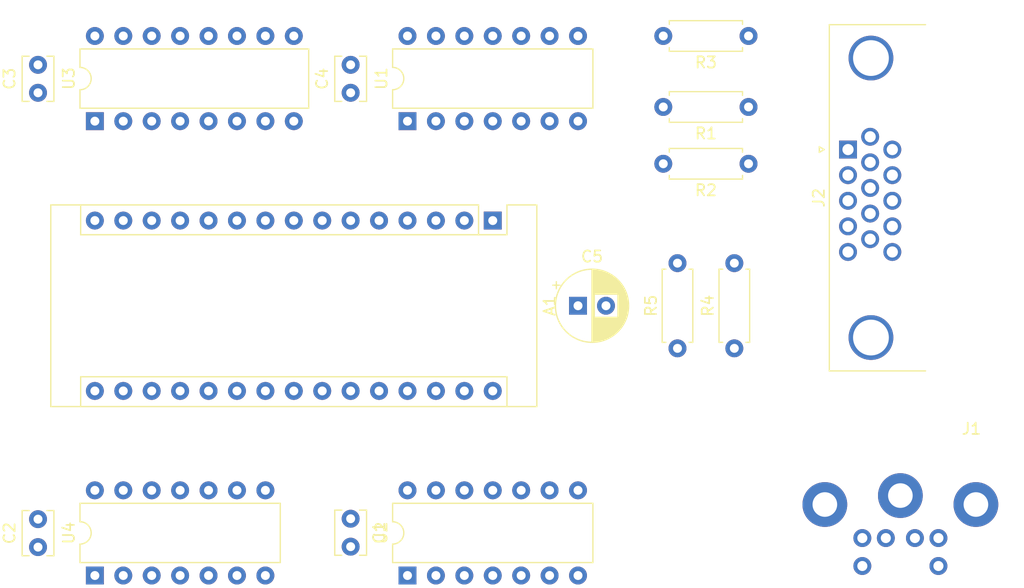
<source format=kicad_pcb>
(kicad_pcb (version 20171130) (host pcbnew "(5.1.5)-3")

  (general
    (thickness 1.6)
    (drawings 0)
    (tracks 0)
    (zones 0)
    (modules 17)
    (nets 58)
  )

  (page A4)
  (layers
    (0 F.Cu signal)
    (31 B.Cu signal)
    (32 B.Adhes user)
    (33 F.Adhes user)
    (34 B.Paste user)
    (35 F.Paste user)
    (36 B.SilkS user)
    (37 F.SilkS user)
    (38 B.Mask user)
    (39 F.Mask user)
    (40 Dwgs.User user)
    (41 Cmts.User user)
    (42 Eco1.User user)
    (43 Eco2.User user)
    (44 Edge.Cuts user)
    (45 Margin user)
    (46 B.CrtYd user)
    (47 F.CrtYd user)
    (48 B.Fab user)
    (49 F.Fab user)
  )

  (setup
    (last_trace_width 0.25)
    (trace_clearance 0.2)
    (zone_clearance 0.508)
    (zone_45_only no)
    (trace_min 0.2)
    (via_size 0.8)
    (via_drill 0.4)
    (via_min_size 0.4)
    (via_min_drill 0.3)
    (uvia_size 0.3)
    (uvia_drill 0.1)
    (uvias_allowed no)
    (uvia_min_size 0.2)
    (uvia_min_drill 0.1)
    (edge_width 0.05)
    (segment_width 0.2)
    (pcb_text_width 0.3)
    (pcb_text_size 1.5 1.5)
    (mod_edge_width 0.12)
    (mod_text_size 1 1)
    (mod_text_width 0.15)
    (pad_size 1.524 1.524)
    (pad_drill 0.762)
    (pad_to_mask_clearance 0.051)
    (solder_mask_min_width 0.25)
    (aux_axis_origin 0 0)
    (visible_elements 7FFFFFFF)
    (pcbplotparams
      (layerselection 0x010fc_ffffffff)
      (usegerberextensions false)
      (usegerberattributes false)
      (usegerberadvancedattributes false)
      (creategerberjobfile false)
      (excludeedgelayer true)
      (linewidth 0.100000)
      (plotframeref false)
      (viasonmask false)
      (mode 1)
      (useauxorigin false)
      (hpglpennumber 1)
      (hpglpenspeed 20)
      (hpglpendiameter 15.000000)
      (psnegative false)
      (psa4output false)
      (plotreference true)
      (plotvalue true)
      (plotinvisibletext false)
      (padsonsilk false)
      (subtractmaskfromsilk false)
      (outputformat 1)
      (mirror false)
      (drillshape 1)
      (scaleselection 1)
      (outputdirectory ""))
  )

  (net 0 "")
  (net 1 "Net-(A1-Pad1)")
  (net 2 "Net-(A1-Pad17)")
  (net 3 "Net-(A1-Pad2)")
  (net 4 "Net-(A1-Pad18)")
  (net 5 "Net-(A1-Pad3)")
  (net 6 "Net-(A1-Pad19)")
  (net 7 GND)
  (net 8 "Net-(A1-Pad20)")
  (net 9 "Net-(A1-Pad5)")
  (net 10 "Net-(A1-Pad21)")
  (net 11 "Net-(A1-Pad6)")
  (net 12 "Net-(A1-Pad22)")
  (net 13 "Net-(A1-Pad7)")
  (net 14 "Net-(A1-Pad23)")
  (net 15 "Net-(A1-Pad8)")
  (net 16 "Net-(A1-Pad24)")
  (net 17 "Net-(A1-Pad9)")
  (net 18 "Net-(A1-Pad25)")
  (net 19 "Net-(A1-Pad10)")
  (net 20 "Net-(A1-Pad26)")
  (net 21 "Net-(A1-Pad11)")
  (net 22 +5V)
  (net 23 "Net-(A1-Pad12)")
  (net 24 "Net-(A1-Pad28)")
  (net 25 "Net-(A1-Pad13)")
  (net 26 "Net-(A1-Pad14)")
  (net 27 "Net-(A1-Pad30)")
  (net 28 "Net-(A1-Pad15)")
  (net 29 "Net-(A1-Pad16)")
  (net 30 "Net-(J1-Pad1)")
  (net 31 "Net-(J1-Pad2)")
  (net 32 "Net-(J1-Pad5)")
  (net 33 "Net-(J1-Pad6)")
  (net 34 "Net-(J2-Pad1)")
  (net 35 "Net-(J2-Pad4)")
  (net 36 "Net-(J2-Pad9)")
  (net 37 "Net-(J2-Pad11)")
  (net 38 "Net-(J2-Pad12)")
  (net 39 "Net-(J2-Pad13)")
  (net 40 "Net-(J2-Pad14)")
  (net 41 "Net-(J2-Pad15)")
  (net 42 "Net-(R3-Pad2)")
  (net 43 "Net-(R4-Pad1)")
  (net 44 "Net-(R5-Pad1)")
  (net 45 "Net-(U1-Pad12)")
  (net 46 "Net-(U1-Pad6)")
  (net 47 "Net-(U1-Pad3)")
  (net 48 "Net-(U1-Pad11)")
  (net 49 "Net-(U2-Pad4)")
  (net 50 "Net-(U2-Pad3)")
  (net 51 "Net-(U3-Pad7)")
  (net 52 "Net-(U4-Pad10)")
  (net 53 "Net-(U4-Pad11)")
  (net 54 "Net-(U4-Pad5)")
  (net 55 "Net-(U4-Pad12)")
  (net 56 "Net-(U4-Pad6)")
  (net 57 "Net-(U4-Pad13)")

  (net_class Default "This is the default net class."
    (clearance 0.2)
    (trace_width 0.25)
    (via_dia 0.8)
    (via_drill 0.4)
    (uvia_dia 0.3)
    (uvia_drill 0.1)
    (add_net +5V)
    (add_net GND)
    (add_net "Net-(A1-Pad1)")
    (add_net "Net-(A1-Pad10)")
    (add_net "Net-(A1-Pad11)")
    (add_net "Net-(A1-Pad12)")
    (add_net "Net-(A1-Pad13)")
    (add_net "Net-(A1-Pad14)")
    (add_net "Net-(A1-Pad15)")
    (add_net "Net-(A1-Pad16)")
    (add_net "Net-(A1-Pad17)")
    (add_net "Net-(A1-Pad18)")
    (add_net "Net-(A1-Pad19)")
    (add_net "Net-(A1-Pad2)")
    (add_net "Net-(A1-Pad20)")
    (add_net "Net-(A1-Pad21)")
    (add_net "Net-(A1-Pad22)")
    (add_net "Net-(A1-Pad23)")
    (add_net "Net-(A1-Pad24)")
    (add_net "Net-(A1-Pad25)")
    (add_net "Net-(A1-Pad26)")
    (add_net "Net-(A1-Pad28)")
    (add_net "Net-(A1-Pad3)")
    (add_net "Net-(A1-Pad30)")
    (add_net "Net-(A1-Pad5)")
    (add_net "Net-(A1-Pad6)")
    (add_net "Net-(A1-Pad7)")
    (add_net "Net-(A1-Pad8)")
    (add_net "Net-(A1-Pad9)")
    (add_net "Net-(J1-Pad1)")
    (add_net "Net-(J1-Pad2)")
    (add_net "Net-(J1-Pad5)")
    (add_net "Net-(J1-Pad6)")
    (add_net "Net-(J2-Pad1)")
    (add_net "Net-(J2-Pad11)")
    (add_net "Net-(J2-Pad12)")
    (add_net "Net-(J2-Pad13)")
    (add_net "Net-(J2-Pad14)")
    (add_net "Net-(J2-Pad15)")
    (add_net "Net-(J2-Pad4)")
    (add_net "Net-(J2-Pad9)")
    (add_net "Net-(R3-Pad2)")
    (add_net "Net-(R4-Pad1)")
    (add_net "Net-(R5-Pad1)")
    (add_net "Net-(U1-Pad11)")
    (add_net "Net-(U1-Pad12)")
    (add_net "Net-(U1-Pad3)")
    (add_net "Net-(U1-Pad6)")
    (add_net "Net-(U2-Pad3)")
    (add_net "Net-(U2-Pad4)")
    (add_net "Net-(U3-Pad7)")
    (add_net "Net-(U4-Pad10)")
    (add_net "Net-(U4-Pad11)")
    (add_net "Net-(U4-Pad12)")
    (add_net "Net-(U4-Pad13)")
    (add_net "Net-(U4-Pad5)")
    (add_net "Net-(U4-Pad6)")
  )

  (module ArduinoPC:FP_MINI_DIN_6_PS2 (layer F.Cu) (tedit 5F6E4A3D) (tstamp 5F6C2356)
    (at 88.5 41.49)
    (path /5F5B16AD)
    (fp_text reference J1 (at 6.35 -1.27) (layer F.SilkS)
      (effects (font (size 1 1) (thickness 0.15)))
    )
    (fp_text value "PS/2 Keyboard" (at 0 5.08) (layer F.Fab)
      (effects (font (size 1 1) (thickness 0.15)))
    )
    (fp_line (start 3.81 1.27) (end 3.81 0) (layer F.Fab) (width 0.12))
    (fp_line (start -3.81 1.27) (end 3.81 1.27) (layer F.Fab) (width 0.12))
    (fp_line (start -3.81 0) (end -3.81 1.27) (layer F.Fab) (width 0.12))
    (fp_line (start 7 0) (end 7 12.9) (layer F.Fab) (width 0.12))
    (fp_line (start -7 12.9) (end 7 12.9) (layer F.Fab) (width 0.12))
    (fp_line (start -7 0) (end -7 12.9) (layer F.Fab) (width 0.12))
    (fp_line (start 0 0) (end -7 0) (layer F.Fab) (width 0.12))
    (fp_line (start 0 0) (end 7 0) (layer F.Fab) (width 0.12))
    (pad 5 thru_hole circle (at -3.4 11) (size 1.6 1.6) (drill 0.9) (layers *.Cu *.Mask)
      (net 32 "Net-(J1-Pad5)"))
    (pad 6 thru_hole circle (at 3.4 11) (size 1.6 1.6) (drill 0.9) (layers *.Cu *.Mask)
      (net 33 "Net-(J1-Pad6)"))
    (pad 4 thru_hole circle (at 3.4 8.5) (size 1.6 1.6) (drill 0.9) (layers *.Cu *.Mask)
      (net 22 +5V))
    (pad 3 thru_hole circle (at -3.4 8.5) (size 1.6 1.6) (drill 0.9) (layers *.Cu *.Mask)
      (net 7 GND))
    (pad 1 thru_hole circle (at -1.3 8.5) (size 1.6 1.6) (drill 0.9) (layers *.Cu *.Mask)
      (net 30 "Net-(J1-Pad1)"))
    (pad "" thru_hole circle (at -6.75 5.5) (size 4 4) (drill 2.2) (layers *.Cu *.Mask))
    (pad "" thru_hole circle (at 6.75 5.5) (size 4 4) (drill 2.2) (layers *.Cu *.Mask))
    (pad "" thru_hole circle (at 0 4.7) (size 4 4) (drill 2.2) (layers *.Cu *.Mask))
    (pad 2 thru_hole circle (at 1.3 8.5) (size 1.6 1.6) (drill 0.9) (layers *.Cu *.Mask)
      (net 31 "Net-(J1-Pad2)"))
  )

  (module Module:Arduino_Nano (layer F.Cu) (tedit 58ACAF70) (tstamp 5F6C225C)
    (at 52.07 21.59 270)
    (descr "Arduino Nano, http://www.mouser.com/pdfdocs/Gravitech_Arduino_Nano3_0.pdf")
    (tags "Arduino Nano")
    (path /5F5373F1)
    (fp_text reference A1 (at 7.62 -5.08 90) (layer F.SilkS)
      (effects (font (size 1 1) (thickness 0.15)))
    )
    (fp_text value Arduino_Nano_v3.x (at 8.89 19.05) (layer F.Fab)
      (effects (font (size 1 1) (thickness 0.15)))
    )
    (fp_line (start 16.75 42.16) (end -1.53 42.16) (layer F.CrtYd) (width 0.05))
    (fp_line (start 16.75 42.16) (end 16.75 -4.06) (layer F.CrtYd) (width 0.05))
    (fp_line (start -1.53 -4.06) (end -1.53 42.16) (layer F.CrtYd) (width 0.05))
    (fp_line (start -1.53 -4.06) (end 16.75 -4.06) (layer F.CrtYd) (width 0.05))
    (fp_line (start 16.51 -3.81) (end 16.51 39.37) (layer F.Fab) (width 0.1))
    (fp_line (start 0 -3.81) (end 16.51 -3.81) (layer F.Fab) (width 0.1))
    (fp_line (start -1.27 -2.54) (end 0 -3.81) (layer F.Fab) (width 0.1))
    (fp_line (start -1.27 39.37) (end -1.27 -2.54) (layer F.Fab) (width 0.1))
    (fp_line (start 16.51 39.37) (end -1.27 39.37) (layer F.Fab) (width 0.1))
    (fp_line (start 16.64 -3.94) (end -1.4 -3.94) (layer F.SilkS) (width 0.12))
    (fp_line (start 16.64 39.5) (end 16.64 -3.94) (layer F.SilkS) (width 0.12))
    (fp_line (start -1.4 39.5) (end 16.64 39.5) (layer F.SilkS) (width 0.12))
    (fp_line (start 3.81 41.91) (end 3.81 31.75) (layer F.Fab) (width 0.1))
    (fp_line (start 11.43 41.91) (end 3.81 41.91) (layer F.Fab) (width 0.1))
    (fp_line (start 11.43 31.75) (end 11.43 41.91) (layer F.Fab) (width 0.1))
    (fp_line (start 3.81 31.75) (end 11.43 31.75) (layer F.Fab) (width 0.1))
    (fp_line (start 1.27 36.83) (end -1.4 36.83) (layer F.SilkS) (width 0.12))
    (fp_line (start 1.27 1.27) (end 1.27 36.83) (layer F.SilkS) (width 0.12))
    (fp_line (start 1.27 1.27) (end -1.4 1.27) (layer F.SilkS) (width 0.12))
    (fp_line (start 13.97 36.83) (end 16.64 36.83) (layer F.SilkS) (width 0.12))
    (fp_line (start 13.97 -1.27) (end 13.97 36.83) (layer F.SilkS) (width 0.12))
    (fp_line (start 13.97 -1.27) (end 16.64 -1.27) (layer F.SilkS) (width 0.12))
    (fp_line (start -1.4 -3.94) (end -1.4 -1.27) (layer F.SilkS) (width 0.12))
    (fp_line (start -1.4 1.27) (end -1.4 39.5) (layer F.SilkS) (width 0.12))
    (fp_line (start 1.27 -1.27) (end -1.4 -1.27) (layer F.SilkS) (width 0.12))
    (fp_line (start 1.27 1.27) (end 1.27 -1.27) (layer F.SilkS) (width 0.12))
    (fp_text user %R (at 6.35 19.05) (layer F.Fab)
      (effects (font (size 1 1) (thickness 0.15)))
    )
    (pad 16 thru_hole oval (at 15.24 35.56 270) (size 1.6 1.6) (drill 0.8) (layers *.Cu *.Mask)
      (net 29 "Net-(A1-Pad16)"))
    (pad 15 thru_hole oval (at 0 35.56 270) (size 1.6 1.6) (drill 0.8) (layers *.Cu *.Mask)
      (net 28 "Net-(A1-Pad15)"))
    (pad 30 thru_hole oval (at 15.24 0 270) (size 1.6 1.6) (drill 0.8) (layers *.Cu *.Mask)
      (net 27 "Net-(A1-Pad30)"))
    (pad 14 thru_hole oval (at 0 33.02 270) (size 1.6 1.6) (drill 0.8) (layers *.Cu *.Mask)
      (net 26 "Net-(A1-Pad14)"))
    (pad 29 thru_hole oval (at 15.24 2.54 270) (size 1.6 1.6) (drill 0.8) (layers *.Cu *.Mask)
      (net 7 GND))
    (pad 13 thru_hole oval (at 0 30.48 270) (size 1.6 1.6) (drill 0.8) (layers *.Cu *.Mask)
      (net 25 "Net-(A1-Pad13)"))
    (pad 28 thru_hole oval (at 15.24 5.08 270) (size 1.6 1.6) (drill 0.8) (layers *.Cu *.Mask)
      (net 24 "Net-(A1-Pad28)"))
    (pad 12 thru_hole oval (at 0 27.94 270) (size 1.6 1.6) (drill 0.8) (layers *.Cu *.Mask)
      (net 23 "Net-(A1-Pad12)"))
    (pad 27 thru_hole oval (at 15.24 7.62 270) (size 1.6 1.6) (drill 0.8) (layers *.Cu *.Mask)
      (net 22 +5V))
    (pad 11 thru_hole oval (at 0 25.4 270) (size 1.6 1.6) (drill 0.8) (layers *.Cu *.Mask)
      (net 21 "Net-(A1-Pad11)"))
    (pad 26 thru_hole oval (at 15.24 10.16 270) (size 1.6 1.6) (drill 0.8) (layers *.Cu *.Mask)
      (net 20 "Net-(A1-Pad26)"))
    (pad 10 thru_hole oval (at 0 22.86 270) (size 1.6 1.6) (drill 0.8) (layers *.Cu *.Mask)
      (net 19 "Net-(A1-Pad10)"))
    (pad 25 thru_hole oval (at 15.24 12.7 270) (size 1.6 1.6) (drill 0.8) (layers *.Cu *.Mask)
      (net 18 "Net-(A1-Pad25)"))
    (pad 9 thru_hole oval (at 0 20.32 270) (size 1.6 1.6) (drill 0.8) (layers *.Cu *.Mask)
      (net 17 "Net-(A1-Pad9)"))
    (pad 24 thru_hole oval (at 15.24 15.24 270) (size 1.6 1.6) (drill 0.8) (layers *.Cu *.Mask)
      (net 16 "Net-(A1-Pad24)"))
    (pad 8 thru_hole oval (at 0 17.78 270) (size 1.6 1.6) (drill 0.8) (layers *.Cu *.Mask)
      (net 15 "Net-(A1-Pad8)"))
    (pad 23 thru_hole oval (at 15.24 17.78 270) (size 1.6 1.6) (drill 0.8) (layers *.Cu *.Mask)
      (net 14 "Net-(A1-Pad23)"))
    (pad 7 thru_hole oval (at 0 15.24 270) (size 1.6 1.6) (drill 0.8) (layers *.Cu *.Mask)
      (net 13 "Net-(A1-Pad7)"))
    (pad 22 thru_hole oval (at 15.24 20.32 270) (size 1.6 1.6) (drill 0.8) (layers *.Cu *.Mask)
      (net 12 "Net-(A1-Pad22)"))
    (pad 6 thru_hole oval (at 0 12.7 270) (size 1.6 1.6) (drill 0.8) (layers *.Cu *.Mask)
      (net 11 "Net-(A1-Pad6)"))
    (pad 21 thru_hole oval (at 15.24 22.86 270) (size 1.6 1.6) (drill 0.8) (layers *.Cu *.Mask)
      (net 10 "Net-(A1-Pad21)"))
    (pad 5 thru_hole oval (at 0 10.16 270) (size 1.6 1.6) (drill 0.8) (layers *.Cu *.Mask)
      (net 9 "Net-(A1-Pad5)"))
    (pad 20 thru_hole oval (at 15.24 25.4 270) (size 1.6 1.6) (drill 0.8) (layers *.Cu *.Mask)
      (net 8 "Net-(A1-Pad20)"))
    (pad 4 thru_hole oval (at 0 7.62 270) (size 1.6 1.6) (drill 0.8) (layers *.Cu *.Mask)
      (net 7 GND))
    (pad 19 thru_hole oval (at 15.24 27.94 270) (size 1.6 1.6) (drill 0.8) (layers *.Cu *.Mask)
      (net 6 "Net-(A1-Pad19)"))
    (pad 3 thru_hole oval (at 0 5.08 270) (size 1.6 1.6) (drill 0.8) (layers *.Cu *.Mask)
      (net 5 "Net-(A1-Pad3)"))
    (pad 18 thru_hole oval (at 15.24 30.48 270) (size 1.6 1.6) (drill 0.8) (layers *.Cu *.Mask)
      (net 4 "Net-(A1-Pad18)"))
    (pad 2 thru_hole oval (at 0 2.54 270) (size 1.6 1.6) (drill 0.8) (layers *.Cu *.Mask)
      (net 3 "Net-(A1-Pad2)"))
    (pad 17 thru_hole oval (at 15.24 33.02 270) (size 1.6 1.6) (drill 0.8) (layers *.Cu *.Mask)
      (net 2 "Net-(A1-Pad17)"))
    (pad 1 thru_hole rect (at 0 0 270) (size 1.6 1.6) (drill 0.8) (layers *.Cu *.Mask)
      (net 1 "Net-(A1-Pad1)"))
    (model ${KISYS3DMOD}/Module.3dshapes/Arduino_Nano_WithMountingHoles.wrl
      (at (xyz 0 0 0))
      (scale (xyz 1 1 1))
      (rotate (xyz 0 0 0))
    )
  )

  (module Capacitor_THT:C_Disc_D3.8mm_W2.6mm_P2.50mm (layer F.Cu) (tedit 5AE50EF0) (tstamp 5F6C2271)
    (at 39.37 48.26 270)
    (descr "C, Disc series, Radial, pin pitch=2.50mm, , diameter*width=3.8*2.6mm^2, Capacitor, http://www.vishay.com/docs/45233/krseries.pdf")
    (tags "C Disc series Radial pin pitch 2.50mm  diameter 3.8mm width 2.6mm Capacitor")
    (path /5FF530AF)
    (fp_text reference C1 (at 1.25 -2.55 90) (layer F.SilkS)
      (effects (font (size 1 1) (thickness 0.15)))
    )
    (fp_text value 100n (at 1.25 2.55 90) (layer F.Fab)
      (effects (font (size 1 1) (thickness 0.15)))
    )
    (fp_text user %R (at 1.25 0 90) (layer F.Fab)
      (effects (font (size 0.76 0.76) (thickness 0.114)))
    )
    (fp_line (start 3.55 -1.55) (end -1.05 -1.55) (layer F.CrtYd) (width 0.05))
    (fp_line (start 3.55 1.55) (end 3.55 -1.55) (layer F.CrtYd) (width 0.05))
    (fp_line (start -1.05 1.55) (end 3.55 1.55) (layer F.CrtYd) (width 0.05))
    (fp_line (start -1.05 -1.55) (end -1.05 1.55) (layer F.CrtYd) (width 0.05))
    (fp_line (start 3.27 0.795) (end 3.27 1.42) (layer F.SilkS) (width 0.12))
    (fp_line (start 3.27 -1.42) (end 3.27 -0.795) (layer F.SilkS) (width 0.12))
    (fp_line (start -0.77 0.795) (end -0.77 1.42) (layer F.SilkS) (width 0.12))
    (fp_line (start -0.77 -1.42) (end -0.77 -0.795) (layer F.SilkS) (width 0.12))
    (fp_line (start -0.77 1.42) (end 3.27 1.42) (layer F.SilkS) (width 0.12))
    (fp_line (start -0.77 -1.42) (end 3.27 -1.42) (layer F.SilkS) (width 0.12))
    (fp_line (start 3.15 -1.3) (end -0.65 -1.3) (layer F.Fab) (width 0.1))
    (fp_line (start 3.15 1.3) (end 3.15 -1.3) (layer F.Fab) (width 0.1))
    (fp_line (start -0.65 1.3) (end 3.15 1.3) (layer F.Fab) (width 0.1))
    (fp_line (start -0.65 -1.3) (end -0.65 1.3) (layer F.Fab) (width 0.1))
    (pad 2 thru_hole circle (at 2.5 0 270) (size 1.6 1.6) (drill 0.8) (layers *.Cu *.Mask)
      (net 7 GND))
    (pad 1 thru_hole circle (at 0 0 270) (size 1.6 1.6) (drill 0.8) (layers *.Cu *.Mask)
      (net 22 +5V))
    (model ${KISYS3DMOD}/Capacitor_THT.3dshapes/C_Disc_D3.8mm_W2.6mm_P2.50mm.wrl
      (at (xyz 0 0 0))
      (scale (xyz 1 1 1))
      (rotate (xyz 0 0 0))
    )
  )

  (module Capacitor_THT:C_Disc_D3.8mm_W2.6mm_P2.50mm (layer F.Cu) (tedit 5AE50EF0) (tstamp 5F6C2286)
    (at 11.43 50.8 90)
    (descr "C, Disc series, Radial, pin pitch=2.50mm, , diameter*width=3.8*2.6mm^2, Capacitor, http://www.vishay.com/docs/45233/krseries.pdf")
    (tags "C Disc series Radial pin pitch 2.50mm  diameter 3.8mm width 2.6mm Capacitor")
    (path /5F7F839C)
    (fp_text reference C2 (at 1.25 -2.55 90) (layer F.SilkS)
      (effects (font (size 1 1) (thickness 0.15)))
    )
    (fp_text value 100n (at 1.25 2.55 90) (layer F.Fab)
      (effects (font (size 1 1) (thickness 0.15)))
    )
    (fp_text user %R (at 1.844999 0.654999 90) (layer F.Fab)
      (effects (font (size 0.76 0.76) (thickness 0.114)))
    )
    (fp_line (start 3.55 -1.55) (end -1.05 -1.55) (layer F.CrtYd) (width 0.05))
    (fp_line (start 3.55 1.55) (end 3.55 -1.55) (layer F.CrtYd) (width 0.05))
    (fp_line (start -1.05 1.55) (end 3.55 1.55) (layer F.CrtYd) (width 0.05))
    (fp_line (start -1.05 -1.55) (end -1.05 1.55) (layer F.CrtYd) (width 0.05))
    (fp_line (start 3.27 0.795) (end 3.27 1.42) (layer F.SilkS) (width 0.12))
    (fp_line (start 3.27 -1.42) (end 3.27 -0.795) (layer F.SilkS) (width 0.12))
    (fp_line (start -0.77 0.795) (end -0.77 1.42) (layer F.SilkS) (width 0.12))
    (fp_line (start -0.77 -1.42) (end -0.77 -0.795) (layer F.SilkS) (width 0.12))
    (fp_line (start -0.77 1.42) (end 3.27 1.42) (layer F.SilkS) (width 0.12))
    (fp_line (start -0.77 -1.42) (end 3.27 -1.42) (layer F.SilkS) (width 0.12))
    (fp_line (start 3.15 -1.3) (end -0.65 -1.3) (layer F.Fab) (width 0.1))
    (fp_line (start 3.15 1.3) (end 3.15 -1.3) (layer F.Fab) (width 0.1))
    (fp_line (start -0.65 1.3) (end 3.15 1.3) (layer F.Fab) (width 0.1))
    (fp_line (start -0.65 -1.3) (end -0.65 1.3) (layer F.Fab) (width 0.1))
    (pad 2 thru_hole circle (at 2.5 0 90) (size 1.6 1.6) (drill 0.8) (layers *.Cu *.Mask)
      (net 22 +5V))
    (pad 1 thru_hole circle (at 0 0 90) (size 1.6 1.6) (drill 0.8) (layers *.Cu *.Mask)
      (net 7 GND))
    (model ${KISYS3DMOD}/Capacitor_THT.3dshapes/C_Disc_D3.8mm_W2.6mm_P2.50mm.wrl
      (at (xyz 0 0 0))
      (scale (xyz 1 1 1))
      (rotate (xyz 0 0 0))
    )
  )

  (module Capacitor_THT:C_Disc_D3.8mm_W2.6mm_P2.50mm (layer F.Cu) (tedit 5AE50EF0) (tstamp 5F6C229B)
    (at 11.43 10.16 90)
    (descr "C, Disc series, Radial, pin pitch=2.50mm, , diameter*width=3.8*2.6mm^2, Capacitor, http://www.vishay.com/docs/45233/krseries.pdf")
    (tags "C Disc series Radial pin pitch 2.50mm  diameter 3.8mm width 2.6mm Capacitor")
    (path /5F6481D7)
    (fp_text reference C3 (at 1.25 -2.55 90) (layer F.SilkS)
      (effects (font (size 1 1) (thickness 0.15)))
    )
    (fp_text value 100n (at 1.25 2.55 90) (layer F.Fab)
      (effects (font (size 1 1) (thickness 0.15)))
    )
    (fp_text user %R (at 1.27 -1.27 90) (layer F.Fab)
      (effects (font (size 0.76 0.76) (thickness 0.114)))
    )
    (fp_line (start 3.55 -1.55) (end -1.05 -1.55) (layer F.CrtYd) (width 0.05))
    (fp_line (start 3.55 1.55) (end 3.55 -1.55) (layer F.CrtYd) (width 0.05))
    (fp_line (start -1.05 1.55) (end 3.55 1.55) (layer F.CrtYd) (width 0.05))
    (fp_line (start -1.05 -1.55) (end -1.05 1.55) (layer F.CrtYd) (width 0.05))
    (fp_line (start 3.27 0.795) (end 3.27 1.42) (layer F.SilkS) (width 0.12))
    (fp_line (start 3.27 -1.42) (end 3.27 -0.795) (layer F.SilkS) (width 0.12))
    (fp_line (start -0.77 0.795) (end -0.77 1.42) (layer F.SilkS) (width 0.12))
    (fp_line (start -0.77 -1.42) (end -0.77 -0.795) (layer F.SilkS) (width 0.12))
    (fp_line (start -0.77 1.42) (end 3.27 1.42) (layer F.SilkS) (width 0.12))
    (fp_line (start -0.77 -1.42) (end 3.27 -1.42) (layer F.SilkS) (width 0.12))
    (fp_line (start 3.15 -1.3) (end -0.65 -1.3) (layer F.Fab) (width 0.1))
    (fp_line (start 3.15 1.3) (end 3.15 -1.3) (layer F.Fab) (width 0.1))
    (fp_line (start -0.65 1.3) (end 3.15 1.3) (layer F.Fab) (width 0.1))
    (fp_line (start -0.65 -1.3) (end -0.65 1.3) (layer F.Fab) (width 0.1))
    (pad 2 thru_hole circle (at 2.5 0 90) (size 1.6 1.6) (drill 0.8) (layers *.Cu *.Mask)
      (net 22 +5V))
    (pad 1 thru_hole circle (at 0 0 90) (size 1.6 1.6) (drill 0.8) (layers *.Cu *.Mask)
      (net 7 GND))
    (model ${KISYS3DMOD}/Capacitor_THT.3dshapes/C_Disc_D3.8mm_W2.6mm_P2.50mm.wrl
      (at (xyz 0 0 0))
      (scale (xyz 1 1 1))
      (rotate (xyz 0 0 0))
    )
  )

  (module Capacitor_THT:C_Disc_D3.8mm_W2.6mm_P2.50mm (layer F.Cu) (tedit 5AE50EF0) (tstamp 5F6C22B0)
    (at 39.37 10.16 90)
    (descr "C, Disc series, Radial, pin pitch=2.50mm, , diameter*width=3.8*2.6mm^2, Capacitor, http://www.vishay.com/docs/45233/krseries.pdf")
    (tags "C Disc series Radial pin pitch 2.50mm  diameter 3.8mm width 2.6mm Capacitor")
    (path /5F6514AD)
    (fp_text reference C4 (at 1.25 -2.55 90) (layer F.SilkS)
      (effects (font (size 1 1) (thickness 0.15)))
    )
    (fp_text value 100n (at 1.25 2.55 90) (layer F.Fab)
      (effects (font (size 1 1) (thickness 0.15)))
    )
    (fp_text user %R (at 1.25 0 90) (layer F.Fab)
      (effects (font (size 0.76 0.76) (thickness 0.114)))
    )
    (fp_line (start 3.55 -1.55) (end -1.05 -1.55) (layer F.CrtYd) (width 0.05))
    (fp_line (start 3.55 1.55) (end 3.55 -1.55) (layer F.CrtYd) (width 0.05))
    (fp_line (start -1.05 1.55) (end 3.55 1.55) (layer F.CrtYd) (width 0.05))
    (fp_line (start -1.05 -1.55) (end -1.05 1.55) (layer F.CrtYd) (width 0.05))
    (fp_line (start 3.27 0.795) (end 3.27 1.42) (layer F.SilkS) (width 0.12))
    (fp_line (start 3.27 -1.42) (end 3.27 -0.795) (layer F.SilkS) (width 0.12))
    (fp_line (start -0.77 0.795) (end -0.77 1.42) (layer F.SilkS) (width 0.12))
    (fp_line (start -0.77 -1.42) (end -0.77 -0.795) (layer F.SilkS) (width 0.12))
    (fp_line (start -0.77 1.42) (end 3.27 1.42) (layer F.SilkS) (width 0.12))
    (fp_line (start -0.77 -1.42) (end 3.27 -1.42) (layer F.SilkS) (width 0.12))
    (fp_line (start 3.15 -1.3) (end -0.65 -1.3) (layer F.Fab) (width 0.1))
    (fp_line (start 3.15 1.3) (end 3.15 -1.3) (layer F.Fab) (width 0.1))
    (fp_line (start -0.65 1.3) (end 3.15 1.3) (layer F.Fab) (width 0.1))
    (fp_line (start -0.65 -1.3) (end -0.65 1.3) (layer F.Fab) (width 0.1))
    (pad 2 thru_hole circle (at 2.5 0 90) (size 1.6 1.6) (drill 0.8) (layers *.Cu *.Mask)
      (net 22 +5V))
    (pad 1 thru_hole circle (at 0 0 90) (size 1.6 1.6) (drill 0.8) (layers *.Cu *.Mask)
      (net 7 GND))
    (model ${KISYS3DMOD}/Capacitor_THT.3dshapes/C_Disc_D3.8mm_W2.6mm_P2.50mm.wrl
      (at (xyz 0 0 0))
      (scale (xyz 1 1 1))
      (rotate (xyz 0 0 0))
    )
  )

  (module Capacitor_THT:CP_Radial_D6.3mm_P2.50mm (layer F.Cu) (tedit 5AE50EF0) (tstamp 5F6C2344)
    (at 59.69 29.21)
    (descr "CP, Radial series, Radial, pin pitch=2.50mm, , diameter=6.3mm, Electrolytic Capacitor")
    (tags "CP Radial series Radial pin pitch 2.50mm  diameter 6.3mm Electrolytic Capacitor")
    (path /60032BFB)
    (fp_text reference C5 (at 1.25 -4.4) (layer F.SilkS)
      (effects (font (size 1 1) (thickness 0.15)))
    )
    (fp_text value 47µ (at 1.25 4.4) (layer F.Fab)
      (effects (font (size 1 1) (thickness 0.15)))
    )
    (fp_text user %R (at 1.25 0) (layer F.Fab)
      (effects (font (size 1 1) (thickness 0.15)))
    )
    (fp_line (start -1.935241 -2.154) (end -1.935241 -1.524) (layer F.SilkS) (width 0.12))
    (fp_line (start -2.250241 -1.839) (end -1.620241 -1.839) (layer F.SilkS) (width 0.12))
    (fp_line (start 4.491 -0.402) (end 4.491 0.402) (layer F.SilkS) (width 0.12))
    (fp_line (start 4.451 -0.633) (end 4.451 0.633) (layer F.SilkS) (width 0.12))
    (fp_line (start 4.411 -0.802) (end 4.411 0.802) (layer F.SilkS) (width 0.12))
    (fp_line (start 4.371 -0.94) (end 4.371 0.94) (layer F.SilkS) (width 0.12))
    (fp_line (start 4.331 -1.059) (end 4.331 1.059) (layer F.SilkS) (width 0.12))
    (fp_line (start 4.291 -1.165) (end 4.291 1.165) (layer F.SilkS) (width 0.12))
    (fp_line (start 4.251 -1.262) (end 4.251 1.262) (layer F.SilkS) (width 0.12))
    (fp_line (start 4.211 -1.35) (end 4.211 1.35) (layer F.SilkS) (width 0.12))
    (fp_line (start 4.171 -1.432) (end 4.171 1.432) (layer F.SilkS) (width 0.12))
    (fp_line (start 4.131 -1.509) (end 4.131 1.509) (layer F.SilkS) (width 0.12))
    (fp_line (start 4.091 -1.581) (end 4.091 1.581) (layer F.SilkS) (width 0.12))
    (fp_line (start 4.051 -1.65) (end 4.051 1.65) (layer F.SilkS) (width 0.12))
    (fp_line (start 4.011 -1.714) (end 4.011 1.714) (layer F.SilkS) (width 0.12))
    (fp_line (start 3.971 -1.776) (end 3.971 1.776) (layer F.SilkS) (width 0.12))
    (fp_line (start 3.931 -1.834) (end 3.931 1.834) (layer F.SilkS) (width 0.12))
    (fp_line (start 3.891 -1.89) (end 3.891 1.89) (layer F.SilkS) (width 0.12))
    (fp_line (start 3.851 -1.944) (end 3.851 1.944) (layer F.SilkS) (width 0.12))
    (fp_line (start 3.811 -1.995) (end 3.811 1.995) (layer F.SilkS) (width 0.12))
    (fp_line (start 3.771 -2.044) (end 3.771 2.044) (layer F.SilkS) (width 0.12))
    (fp_line (start 3.731 -2.092) (end 3.731 2.092) (layer F.SilkS) (width 0.12))
    (fp_line (start 3.691 -2.137) (end 3.691 2.137) (layer F.SilkS) (width 0.12))
    (fp_line (start 3.651 -2.182) (end 3.651 2.182) (layer F.SilkS) (width 0.12))
    (fp_line (start 3.611 -2.224) (end 3.611 2.224) (layer F.SilkS) (width 0.12))
    (fp_line (start 3.571 -2.265) (end 3.571 2.265) (layer F.SilkS) (width 0.12))
    (fp_line (start 3.531 1.04) (end 3.531 2.305) (layer F.SilkS) (width 0.12))
    (fp_line (start 3.531 -2.305) (end 3.531 -1.04) (layer F.SilkS) (width 0.12))
    (fp_line (start 3.491 1.04) (end 3.491 2.343) (layer F.SilkS) (width 0.12))
    (fp_line (start 3.491 -2.343) (end 3.491 -1.04) (layer F.SilkS) (width 0.12))
    (fp_line (start 3.451 1.04) (end 3.451 2.38) (layer F.SilkS) (width 0.12))
    (fp_line (start 3.451 -2.38) (end 3.451 -1.04) (layer F.SilkS) (width 0.12))
    (fp_line (start 3.411 1.04) (end 3.411 2.416) (layer F.SilkS) (width 0.12))
    (fp_line (start 3.411 -2.416) (end 3.411 -1.04) (layer F.SilkS) (width 0.12))
    (fp_line (start 3.371 1.04) (end 3.371 2.45) (layer F.SilkS) (width 0.12))
    (fp_line (start 3.371 -2.45) (end 3.371 -1.04) (layer F.SilkS) (width 0.12))
    (fp_line (start 3.331 1.04) (end 3.331 2.484) (layer F.SilkS) (width 0.12))
    (fp_line (start 3.331 -2.484) (end 3.331 -1.04) (layer F.SilkS) (width 0.12))
    (fp_line (start 3.291 1.04) (end 3.291 2.516) (layer F.SilkS) (width 0.12))
    (fp_line (start 3.291 -2.516) (end 3.291 -1.04) (layer F.SilkS) (width 0.12))
    (fp_line (start 3.251 1.04) (end 3.251 2.548) (layer F.SilkS) (width 0.12))
    (fp_line (start 3.251 -2.548) (end 3.251 -1.04) (layer F.SilkS) (width 0.12))
    (fp_line (start 3.211 1.04) (end 3.211 2.578) (layer F.SilkS) (width 0.12))
    (fp_line (start 3.211 -2.578) (end 3.211 -1.04) (layer F.SilkS) (width 0.12))
    (fp_line (start 3.171 1.04) (end 3.171 2.607) (layer F.SilkS) (width 0.12))
    (fp_line (start 3.171 -2.607) (end 3.171 -1.04) (layer F.SilkS) (width 0.12))
    (fp_line (start 3.131 1.04) (end 3.131 2.636) (layer F.SilkS) (width 0.12))
    (fp_line (start 3.131 -2.636) (end 3.131 -1.04) (layer F.SilkS) (width 0.12))
    (fp_line (start 3.091 1.04) (end 3.091 2.664) (layer F.SilkS) (width 0.12))
    (fp_line (start 3.091 -2.664) (end 3.091 -1.04) (layer F.SilkS) (width 0.12))
    (fp_line (start 3.051 1.04) (end 3.051 2.69) (layer F.SilkS) (width 0.12))
    (fp_line (start 3.051 -2.69) (end 3.051 -1.04) (layer F.SilkS) (width 0.12))
    (fp_line (start 3.011 1.04) (end 3.011 2.716) (layer F.SilkS) (width 0.12))
    (fp_line (start 3.011 -2.716) (end 3.011 -1.04) (layer F.SilkS) (width 0.12))
    (fp_line (start 2.971 1.04) (end 2.971 2.742) (layer F.SilkS) (width 0.12))
    (fp_line (start 2.971 -2.742) (end 2.971 -1.04) (layer F.SilkS) (width 0.12))
    (fp_line (start 2.931 1.04) (end 2.931 2.766) (layer F.SilkS) (width 0.12))
    (fp_line (start 2.931 -2.766) (end 2.931 -1.04) (layer F.SilkS) (width 0.12))
    (fp_line (start 2.891 1.04) (end 2.891 2.79) (layer F.SilkS) (width 0.12))
    (fp_line (start 2.891 -2.79) (end 2.891 -1.04) (layer F.SilkS) (width 0.12))
    (fp_line (start 2.851 1.04) (end 2.851 2.812) (layer F.SilkS) (width 0.12))
    (fp_line (start 2.851 -2.812) (end 2.851 -1.04) (layer F.SilkS) (width 0.12))
    (fp_line (start 2.811 1.04) (end 2.811 2.834) (layer F.SilkS) (width 0.12))
    (fp_line (start 2.811 -2.834) (end 2.811 -1.04) (layer F.SilkS) (width 0.12))
    (fp_line (start 2.771 1.04) (end 2.771 2.856) (layer F.SilkS) (width 0.12))
    (fp_line (start 2.771 -2.856) (end 2.771 -1.04) (layer F.SilkS) (width 0.12))
    (fp_line (start 2.731 1.04) (end 2.731 2.876) (layer F.SilkS) (width 0.12))
    (fp_line (start 2.731 -2.876) (end 2.731 -1.04) (layer F.SilkS) (width 0.12))
    (fp_line (start 2.691 1.04) (end 2.691 2.896) (layer F.SilkS) (width 0.12))
    (fp_line (start 2.691 -2.896) (end 2.691 -1.04) (layer F.SilkS) (width 0.12))
    (fp_line (start 2.651 1.04) (end 2.651 2.916) (layer F.SilkS) (width 0.12))
    (fp_line (start 2.651 -2.916) (end 2.651 -1.04) (layer F.SilkS) (width 0.12))
    (fp_line (start 2.611 1.04) (end 2.611 2.934) (layer F.SilkS) (width 0.12))
    (fp_line (start 2.611 -2.934) (end 2.611 -1.04) (layer F.SilkS) (width 0.12))
    (fp_line (start 2.571 1.04) (end 2.571 2.952) (layer F.SilkS) (width 0.12))
    (fp_line (start 2.571 -2.952) (end 2.571 -1.04) (layer F.SilkS) (width 0.12))
    (fp_line (start 2.531 1.04) (end 2.531 2.97) (layer F.SilkS) (width 0.12))
    (fp_line (start 2.531 -2.97) (end 2.531 -1.04) (layer F.SilkS) (width 0.12))
    (fp_line (start 2.491 1.04) (end 2.491 2.986) (layer F.SilkS) (width 0.12))
    (fp_line (start 2.491 -2.986) (end 2.491 -1.04) (layer F.SilkS) (width 0.12))
    (fp_line (start 2.451 1.04) (end 2.451 3.002) (layer F.SilkS) (width 0.12))
    (fp_line (start 2.451 -3.002) (end 2.451 -1.04) (layer F.SilkS) (width 0.12))
    (fp_line (start 2.411 1.04) (end 2.411 3.018) (layer F.SilkS) (width 0.12))
    (fp_line (start 2.411 -3.018) (end 2.411 -1.04) (layer F.SilkS) (width 0.12))
    (fp_line (start 2.371 1.04) (end 2.371 3.033) (layer F.SilkS) (width 0.12))
    (fp_line (start 2.371 -3.033) (end 2.371 -1.04) (layer F.SilkS) (width 0.12))
    (fp_line (start 2.331 1.04) (end 2.331 3.047) (layer F.SilkS) (width 0.12))
    (fp_line (start 2.331 -3.047) (end 2.331 -1.04) (layer F.SilkS) (width 0.12))
    (fp_line (start 2.291 1.04) (end 2.291 3.061) (layer F.SilkS) (width 0.12))
    (fp_line (start 2.291 -3.061) (end 2.291 -1.04) (layer F.SilkS) (width 0.12))
    (fp_line (start 2.251 1.04) (end 2.251 3.074) (layer F.SilkS) (width 0.12))
    (fp_line (start 2.251 -3.074) (end 2.251 -1.04) (layer F.SilkS) (width 0.12))
    (fp_line (start 2.211 1.04) (end 2.211 3.086) (layer F.SilkS) (width 0.12))
    (fp_line (start 2.211 -3.086) (end 2.211 -1.04) (layer F.SilkS) (width 0.12))
    (fp_line (start 2.171 1.04) (end 2.171 3.098) (layer F.SilkS) (width 0.12))
    (fp_line (start 2.171 -3.098) (end 2.171 -1.04) (layer F.SilkS) (width 0.12))
    (fp_line (start 2.131 1.04) (end 2.131 3.11) (layer F.SilkS) (width 0.12))
    (fp_line (start 2.131 -3.11) (end 2.131 -1.04) (layer F.SilkS) (width 0.12))
    (fp_line (start 2.091 1.04) (end 2.091 3.121) (layer F.SilkS) (width 0.12))
    (fp_line (start 2.091 -3.121) (end 2.091 -1.04) (layer F.SilkS) (width 0.12))
    (fp_line (start 2.051 1.04) (end 2.051 3.131) (layer F.SilkS) (width 0.12))
    (fp_line (start 2.051 -3.131) (end 2.051 -1.04) (layer F.SilkS) (width 0.12))
    (fp_line (start 2.011 1.04) (end 2.011 3.141) (layer F.SilkS) (width 0.12))
    (fp_line (start 2.011 -3.141) (end 2.011 -1.04) (layer F.SilkS) (width 0.12))
    (fp_line (start 1.971 1.04) (end 1.971 3.15) (layer F.SilkS) (width 0.12))
    (fp_line (start 1.971 -3.15) (end 1.971 -1.04) (layer F.SilkS) (width 0.12))
    (fp_line (start 1.93 1.04) (end 1.93 3.159) (layer F.SilkS) (width 0.12))
    (fp_line (start 1.93 -3.159) (end 1.93 -1.04) (layer F.SilkS) (width 0.12))
    (fp_line (start 1.89 1.04) (end 1.89 3.167) (layer F.SilkS) (width 0.12))
    (fp_line (start 1.89 -3.167) (end 1.89 -1.04) (layer F.SilkS) (width 0.12))
    (fp_line (start 1.85 1.04) (end 1.85 3.175) (layer F.SilkS) (width 0.12))
    (fp_line (start 1.85 -3.175) (end 1.85 -1.04) (layer F.SilkS) (width 0.12))
    (fp_line (start 1.81 1.04) (end 1.81 3.182) (layer F.SilkS) (width 0.12))
    (fp_line (start 1.81 -3.182) (end 1.81 -1.04) (layer F.SilkS) (width 0.12))
    (fp_line (start 1.77 1.04) (end 1.77 3.189) (layer F.SilkS) (width 0.12))
    (fp_line (start 1.77 -3.189) (end 1.77 -1.04) (layer F.SilkS) (width 0.12))
    (fp_line (start 1.73 1.04) (end 1.73 3.195) (layer F.SilkS) (width 0.12))
    (fp_line (start 1.73 -3.195) (end 1.73 -1.04) (layer F.SilkS) (width 0.12))
    (fp_line (start 1.69 1.04) (end 1.69 3.201) (layer F.SilkS) (width 0.12))
    (fp_line (start 1.69 -3.201) (end 1.69 -1.04) (layer F.SilkS) (width 0.12))
    (fp_line (start 1.65 1.04) (end 1.65 3.206) (layer F.SilkS) (width 0.12))
    (fp_line (start 1.65 -3.206) (end 1.65 -1.04) (layer F.SilkS) (width 0.12))
    (fp_line (start 1.61 1.04) (end 1.61 3.211) (layer F.SilkS) (width 0.12))
    (fp_line (start 1.61 -3.211) (end 1.61 -1.04) (layer F.SilkS) (width 0.12))
    (fp_line (start 1.57 1.04) (end 1.57 3.215) (layer F.SilkS) (width 0.12))
    (fp_line (start 1.57 -3.215) (end 1.57 -1.04) (layer F.SilkS) (width 0.12))
    (fp_line (start 1.53 1.04) (end 1.53 3.218) (layer F.SilkS) (width 0.12))
    (fp_line (start 1.53 -3.218) (end 1.53 -1.04) (layer F.SilkS) (width 0.12))
    (fp_line (start 1.49 1.04) (end 1.49 3.222) (layer F.SilkS) (width 0.12))
    (fp_line (start 1.49 -3.222) (end 1.49 -1.04) (layer F.SilkS) (width 0.12))
    (fp_line (start 1.45 -3.224) (end 1.45 3.224) (layer F.SilkS) (width 0.12))
    (fp_line (start 1.41 -3.227) (end 1.41 3.227) (layer F.SilkS) (width 0.12))
    (fp_line (start 1.37 -3.228) (end 1.37 3.228) (layer F.SilkS) (width 0.12))
    (fp_line (start 1.33 -3.23) (end 1.33 3.23) (layer F.SilkS) (width 0.12))
    (fp_line (start 1.29 -3.23) (end 1.29 3.23) (layer F.SilkS) (width 0.12))
    (fp_line (start 1.25 -3.23) (end 1.25 3.23) (layer F.SilkS) (width 0.12))
    (fp_line (start -1.128972 -1.6885) (end -1.128972 -1.0585) (layer F.Fab) (width 0.1))
    (fp_line (start -1.443972 -1.3735) (end -0.813972 -1.3735) (layer F.Fab) (width 0.1))
    (fp_circle (center 1.25 0) (end 4.65 0) (layer F.CrtYd) (width 0.05))
    (fp_circle (center 1.25 0) (end 4.52 0) (layer F.SilkS) (width 0.12))
    (fp_circle (center 1.25 0) (end 4.4 0) (layer F.Fab) (width 0.1))
    (pad 2 thru_hole circle (at 2.5 0) (size 1.6 1.6) (drill 0.8) (layers *.Cu *.Mask)
      (net 7 GND))
    (pad 1 thru_hole rect (at 0 0) (size 1.6 1.6) (drill 0.8) (layers *.Cu *.Mask)
      (net 22 +5V))
    (model ${KISYS3DMOD}/Capacitor_THT.3dshapes/CP_Radial_D6.3mm_P2.50mm.wrl
      (at (xyz 0 0 0))
      (scale (xyz 1 1 1))
      (rotate (xyz 0 0 0))
    )
  )

  (module Connector_Dsub:DSUB-15-HD_Female_Horizontal_P2.29x1.98mm_EdgePinOffset3.03mm_Housed_MountingHolesOffset4.94mm (layer F.Cu) (tedit 59FEDEE2) (tstamp 5F6C2390)
    (at 83.82 15.24 90)
    (descr "15-pin D-Sub connector, horizontal/angled (90 deg), THT-mount, female, pitch 2.29x1.98mm, pin-PCB-offset 3.0300000000000002mm, distance of mounting holes 25mm, distance of mounting holes to PCB edge 4.9399999999999995mm, see https://disti-assets.s3.amazonaws.com/tonar/files/datasheets/16730.pdf")
    (tags "15-pin D-Sub connector horizontal angled 90deg THT female pitch 2.29x1.98mm pin-PCB-offset 3.0300000000000002mm mounting-holes-distance 25mm mounting-hole-offset 25mm")
    (path /5F5CC87F)
    (fp_text reference J2 (at -4.315 -2.61 90) (layer F.SilkS)
      (effects (font (size 1 1) (thickness 0.15)))
    )
    (fp_text value "VGA DB15 HD Connector (Female)" (at -4.315 14.89 90) (layer F.Fab)
      (effects (font (size 1 1) (thickness 0.15)))
    )
    (fp_text user %R (at 0 8.89 90) (layer F.Fab)
      (effects (font (size 1 1) (thickness 0.15)))
    )
    (fp_line (start 11.65 -2.15) (end -20.25 -2.15) (layer F.CrtYd) (width 0.05))
    (fp_line (start 11.65 13.9) (end 11.65 -2.15) (layer F.CrtYd) (width 0.05))
    (fp_line (start -20.25 13.9) (end 11.65 13.9) (layer F.CrtYd) (width 0.05))
    (fp_line (start -20.25 -2.15) (end -20.25 13.9) (layer F.CrtYd) (width 0.05))
    (fp_line (start 0 -2.131325) (end -0.25 -2.564338) (layer F.SilkS) (width 0.12))
    (fp_line (start 0.25 -2.564338) (end 0 -2.131325) (layer F.SilkS) (width 0.12))
    (fp_line (start -0.25 -2.564338) (end 0.25 -2.564338) (layer F.SilkS) (width 0.12))
    (fp_line (start 11.17 -1.67) (end 11.17 6.93) (layer F.SilkS) (width 0.12))
    (fp_line (start -19.8 -1.67) (end 11.17 -1.67) (layer F.SilkS) (width 0.12))
    (fp_line (start -19.8 6.93) (end -19.8 -1.67) (layer F.SilkS) (width 0.12))
    (fp_line (start 9.785 6.99) (end 9.785 2.05) (layer F.Fab) (width 0.1))
    (fp_line (start 6.585 6.99) (end 6.585 2.05) (layer F.Fab) (width 0.1))
    (fp_line (start -15.215 6.99) (end -15.215 2.05) (layer F.Fab) (width 0.1))
    (fp_line (start -18.415 6.99) (end -18.415 2.05) (layer F.Fab) (width 0.1))
    (fp_line (start 10.685 7.39) (end 5.685 7.39) (layer F.Fab) (width 0.1))
    (fp_line (start 10.685 12.39) (end 10.685 7.39) (layer F.Fab) (width 0.1))
    (fp_line (start 5.685 12.39) (end 10.685 12.39) (layer F.Fab) (width 0.1))
    (fp_line (start 5.685 7.39) (end 5.685 12.39) (layer F.Fab) (width 0.1))
    (fp_line (start -14.315 7.39) (end -19.315 7.39) (layer F.Fab) (width 0.1))
    (fp_line (start -14.315 12.39) (end -14.315 7.39) (layer F.Fab) (width 0.1))
    (fp_line (start -19.315 12.39) (end -14.315 12.39) (layer F.Fab) (width 0.1))
    (fp_line (start -19.315 7.39) (end -19.315 12.39) (layer F.Fab) (width 0.1))
    (fp_line (start 3.835 7.39) (end -12.465 7.39) (layer F.Fab) (width 0.1))
    (fp_line (start 3.835 13.39) (end 3.835 7.39) (layer F.Fab) (width 0.1))
    (fp_line (start -12.465 13.39) (end 3.835 13.39) (layer F.Fab) (width 0.1))
    (fp_line (start -12.465 7.39) (end -12.465 13.39) (layer F.Fab) (width 0.1))
    (fp_line (start 11.11 6.99) (end -19.74 6.99) (layer F.Fab) (width 0.1))
    (fp_line (start 11.11 7.39) (end 11.11 6.99) (layer F.Fab) (width 0.1))
    (fp_line (start -19.74 7.39) (end 11.11 7.39) (layer F.Fab) (width 0.1))
    (fp_line (start -19.74 6.99) (end -19.74 7.39) (layer F.Fab) (width 0.1))
    (fp_line (start 11.11 -1.61) (end -19.74 -1.61) (layer F.Fab) (width 0.1))
    (fp_line (start 11.11 6.99) (end 11.11 -1.61) (layer F.Fab) (width 0.1))
    (fp_line (start -19.74 6.99) (end 11.11 6.99) (layer F.Fab) (width 0.1))
    (fp_line (start -19.74 -1.61) (end -19.74 6.99) (layer F.Fab) (width 0.1))
    (fp_arc (start 8.185 2.05) (end 6.585 2.05) (angle 180) (layer F.Fab) (width 0.1))
    (fp_arc (start -16.815 2.05) (end -18.415 2.05) (angle 180) (layer F.Fab) (width 0.1))
    (pad 0 thru_hole circle (at 8.185 2.05 90) (size 4 4) (drill 3.2) (layers *.Cu *.Mask))
    (pad 0 thru_hole circle (at -16.815 2.05 90) (size 4 4) (drill 3.2) (layers *.Cu *.Mask))
    (pad 15 thru_hole circle (at -9.16 3.96 90) (size 1.6 1.6) (drill 1) (layers *.Cu *.Mask)
      (net 41 "Net-(J2-Pad15)"))
    (pad 14 thru_hole circle (at -6.87 3.96 90) (size 1.6 1.6) (drill 1) (layers *.Cu *.Mask)
      (net 40 "Net-(J2-Pad14)"))
    (pad 13 thru_hole circle (at -4.58 3.96 90) (size 1.6 1.6) (drill 1) (layers *.Cu *.Mask)
      (net 39 "Net-(J2-Pad13)"))
    (pad 12 thru_hole circle (at -2.29 3.96 90) (size 1.6 1.6) (drill 1) (layers *.Cu *.Mask)
      (net 38 "Net-(J2-Pad12)"))
    (pad 11 thru_hole circle (at 0 3.96 90) (size 1.6 1.6) (drill 1) (layers *.Cu *.Mask)
      (net 37 "Net-(J2-Pad11)"))
    (pad 10 thru_hole circle (at -8.015 1.98 90) (size 1.6 1.6) (drill 1) (layers *.Cu *.Mask)
      (net 7 GND))
    (pad 9 thru_hole circle (at -5.725 1.98 90) (size 1.6 1.6) (drill 1) (layers *.Cu *.Mask)
      (net 36 "Net-(J2-Pad9)"))
    (pad 8 thru_hole circle (at -3.435 1.98 90) (size 1.6 1.6) (drill 1) (layers *.Cu *.Mask)
      (net 7 GND))
    (pad 7 thru_hole circle (at -1.145 1.98 90) (size 1.6 1.6) (drill 1) (layers *.Cu *.Mask)
      (net 7 GND))
    (pad 6 thru_hole circle (at 1.145 1.98 90) (size 1.6 1.6) (drill 1) (layers *.Cu *.Mask)
      (net 7 GND))
    (pad 5 thru_hole circle (at -9.16 0 90) (size 1.6 1.6) (drill 1) (layers *.Cu *.Mask)
      (net 7 GND))
    (pad 4 thru_hole circle (at -6.87 0 90) (size 1.6 1.6) (drill 1) (layers *.Cu *.Mask)
      (net 35 "Net-(J2-Pad4)"))
    (pad 3 thru_hole circle (at -4.58 0 90) (size 1.6 1.6) (drill 1) (layers *.Cu *.Mask)
      (net 34 "Net-(J2-Pad1)"))
    (pad 2 thru_hole circle (at -2.29 0 90) (size 1.6 1.6) (drill 1) (layers *.Cu *.Mask)
      (net 34 "Net-(J2-Pad1)"))
    (pad 1 thru_hole rect (at 0 0 90) (size 1.6 1.6) (drill 1) (layers *.Cu *.Mask)
      (net 34 "Net-(J2-Pad1)"))
    (model ${KISYS3DMOD}/Connector_Dsub.3dshapes/DSUB-15-HD_Female_Horizontal_P2.29x1.98mm_EdgePinOffset3.03mm_Housed_MountingHolesOffset4.94mm.wrl
      (at (xyz 0 0 0))
      (scale (xyz 1 1 1))
      (rotate (xyz 0 0 0))
    )
  )

  (module Resistor_THT:R_Axial_DIN0207_L6.3mm_D2.5mm_P7.62mm_Horizontal (layer F.Cu) (tedit 5AE5139B) (tstamp 5F6C23A7)
    (at 74.93 11.43 180)
    (descr "Resistor, Axial_DIN0207 series, Axial, Horizontal, pin pitch=7.62mm, 0.25W = 1/4W, length*diameter=6.3*2.5mm^2, http://cdn-reichelt.de/documents/datenblatt/B400/1_4W%23YAG.pdf")
    (tags "Resistor Axial_DIN0207 series Axial Horizontal pin pitch 7.62mm 0.25W = 1/4W length 6.3mm diameter 2.5mm")
    (path /5FD3B485)
    (fp_text reference R1 (at 3.81 -2.37) (layer F.SilkS)
      (effects (font (size 1 1) (thickness 0.15)))
    )
    (fp_text value 68 (at 3.81 2.37) (layer F.Fab)
      (effects (font (size 1 1) (thickness 0.15)))
    )
    (fp_text user %R (at 2.924999 0) (layer F.Fab)
      (effects (font (size 1 1) (thickness 0.15)))
    )
    (fp_line (start 8.67 -1.5) (end -1.05 -1.5) (layer F.CrtYd) (width 0.05))
    (fp_line (start 8.67 1.5) (end 8.67 -1.5) (layer F.CrtYd) (width 0.05))
    (fp_line (start -1.05 1.5) (end 8.67 1.5) (layer F.CrtYd) (width 0.05))
    (fp_line (start -1.05 -1.5) (end -1.05 1.5) (layer F.CrtYd) (width 0.05))
    (fp_line (start 7.08 1.37) (end 7.08 1.04) (layer F.SilkS) (width 0.12))
    (fp_line (start 0.54 1.37) (end 7.08 1.37) (layer F.SilkS) (width 0.12))
    (fp_line (start 0.54 1.04) (end 0.54 1.37) (layer F.SilkS) (width 0.12))
    (fp_line (start 7.08 -1.37) (end 7.08 -1.04) (layer F.SilkS) (width 0.12))
    (fp_line (start 0.54 -1.37) (end 7.08 -1.37) (layer F.SilkS) (width 0.12))
    (fp_line (start 0.54 -1.04) (end 0.54 -1.37) (layer F.SilkS) (width 0.12))
    (fp_line (start 7.62 0) (end 6.96 0) (layer F.Fab) (width 0.1))
    (fp_line (start 0 0) (end 0.66 0) (layer F.Fab) (width 0.1))
    (fp_line (start 6.96 -1.25) (end 0.66 -1.25) (layer F.Fab) (width 0.1))
    (fp_line (start 6.96 1.25) (end 6.96 -1.25) (layer F.Fab) (width 0.1))
    (fp_line (start 0.66 1.25) (end 6.96 1.25) (layer F.Fab) (width 0.1))
    (fp_line (start 0.66 -1.25) (end 0.66 1.25) (layer F.Fab) (width 0.1))
    (pad 2 thru_hole oval (at 7.62 0 180) (size 1.6 1.6) (drill 0.8) (layers *.Cu *.Mask)
      (net 28 "Net-(A1-Pad15)"))
    (pad 1 thru_hole circle (at 0 0 180) (size 1.6 1.6) (drill 0.8) (layers *.Cu *.Mask)
      (net 39 "Net-(J2-Pad13)"))
    (model ${KISYS3DMOD}/Resistor_THT.3dshapes/R_Axial_DIN0207_L6.3mm_D2.5mm_P7.62mm_Horizontal.wrl
      (at (xyz 0 0 0))
      (scale (xyz 1 1 1))
      (rotate (xyz 0 0 0))
    )
  )

  (module Resistor_THT:R_Axial_DIN0207_L6.3mm_D2.5mm_P7.62mm_Horizontal (layer F.Cu) (tedit 5AE5139B) (tstamp 5F6C23BE)
    (at 74.93 16.51 180)
    (descr "Resistor, Axial_DIN0207 series, Axial, Horizontal, pin pitch=7.62mm, 0.25W = 1/4W, length*diameter=6.3*2.5mm^2, http://cdn-reichelt.de/documents/datenblatt/B400/1_4W%23YAG.pdf")
    (tags "Resistor Axial_DIN0207 series Axial Horizontal pin pitch 7.62mm 0.25W = 1/4W length 6.3mm diameter 2.5mm")
    (path /5FD3AF20)
    (fp_text reference R2 (at 3.81 -2.37) (layer F.SilkS)
      (effects (font (size 1 1) (thickness 0.15)))
    )
    (fp_text value 68 (at 3.81 2.37) (layer F.Fab)
      (effects (font (size 1 1) (thickness 0.15)))
    )
    (fp_text user %R (at 3.81 0 90) (layer F.Fab)
      (effects (font (size 1 1) (thickness 0.15)))
    )
    (fp_line (start 8.67 -1.5) (end -1.05 -1.5) (layer F.CrtYd) (width 0.05))
    (fp_line (start 8.67 1.5) (end 8.67 -1.5) (layer F.CrtYd) (width 0.05))
    (fp_line (start -1.05 1.5) (end 8.67 1.5) (layer F.CrtYd) (width 0.05))
    (fp_line (start -1.05 -1.5) (end -1.05 1.5) (layer F.CrtYd) (width 0.05))
    (fp_line (start 7.08 1.37) (end 7.08 1.04) (layer F.SilkS) (width 0.12))
    (fp_line (start 0.54 1.37) (end 7.08 1.37) (layer F.SilkS) (width 0.12))
    (fp_line (start 0.54 1.04) (end 0.54 1.37) (layer F.SilkS) (width 0.12))
    (fp_line (start 7.08 -1.37) (end 7.08 -1.04) (layer F.SilkS) (width 0.12))
    (fp_line (start 0.54 -1.37) (end 7.08 -1.37) (layer F.SilkS) (width 0.12))
    (fp_line (start 0.54 -1.04) (end 0.54 -1.37) (layer F.SilkS) (width 0.12))
    (fp_line (start 7.62 0) (end 6.96 0) (layer F.Fab) (width 0.1))
    (fp_line (start 0 0) (end 0.66 0) (layer F.Fab) (width 0.1))
    (fp_line (start 6.96 -1.25) (end 0.66 -1.25) (layer F.Fab) (width 0.1))
    (fp_line (start 6.96 1.25) (end 6.96 -1.25) (layer F.Fab) (width 0.1))
    (fp_line (start 0.66 1.25) (end 6.96 1.25) (layer F.Fab) (width 0.1))
    (fp_line (start 0.66 -1.25) (end 0.66 1.25) (layer F.Fab) (width 0.1))
    (pad 2 thru_hole oval (at 7.62 0 180) (size 1.6 1.6) (drill 0.8) (layers *.Cu *.Mask)
      (net 25 "Net-(A1-Pad13)"))
    (pad 1 thru_hole circle (at 0 0 180) (size 1.6 1.6) (drill 0.8) (layers *.Cu *.Mask)
      (net 40 "Net-(J2-Pad14)"))
    (model ${KISYS3DMOD}/Resistor_THT.3dshapes/R_Axial_DIN0207_L6.3mm_D2.5mm_P7.62mm_Horizontal.wrl
      (at (xyz 0 0 0))
      (scale (xyz 1 1 1))
      (rotate (xyz 0 0 0))
    )
  )

  (module Resistor_THT:R_Axial_DIN0207_L6.3mm_D2.5mm_P7.62mm_Horizontal (layer F.Cu) (tedit 5AE5139B) (tstamp 5F6C23D5)
    (at 74.93 5.08 180)
    (descr "Resistor, Axial_DIN0207 series, Axial, Horizontal, pin pitch=7.62mm, 0.25W = 1/4W, length*diameter=6.3*2.5mm^2, http://cdn-reichelt.de/documents/datenblatt/B400/1_4W%23YAG.pdf")
    (tags "Resistor Axial_DIN0207 series Axial Horizontal pin pitch 7.62mm 0.25W = 1/4W length 6.3mm diameter 2.5mm")
    (path /5FD394F8)
    (fp_text reference R3 (at 3.81 -2.37) (layer F.SilkS)
      (effects (font (size 1 1) (thickness 0.15)))
    )
    (fp_text value 220 (at 3.81 2.37) (layer F.Fab)
      (effects (font (size 1 1) (thickness 0.15)))
    )
    (fp_text user %R (at 3.81 0) (layer F.Fab)
      (effects (font (size 1 1) (thickness 0.15)))
    )
    (fp_line (start 8.67 -1.5) (end -1.05 -1.5) (layer F.CrtYd) (width 0.05))
    (fp_line (start 8.67 1.5) (end 8.67 -1.5) (layer F.CrtYd) (width 0.05))
    (fp_line (start -1.05 1.5) (end 8.67 1.5) (layer F.CrtYd) (width 0.05))
    (fp_line (start -1.05 -1.5) (end -1.05 1.5) (layer F.CrtYd) (width 0.05))
    (fp_line (start 7.08 1.37) (end 7.08 1.04) (layer F.SilkS) (width 0.12))
    (fp_line (start 0.54 1.37) (end 7.08 1.37) (layer F.SilkS) (width 0.12))
    (fp_line (start 0.54 1.04) (end 0.54 1.37) (layer F.SilkS) (width 0.12))
    (fp_line (start 7.08 -1.37) (end 7.08 -1.04) (layer F.SilkS) (width 0.12))
    (fp_line (start 0.54 -1.37) (end 7.08 -1.37) (layer F.SilkS) (width 0.12))
    (fp_line (start 0.54 -1.04) (end 0.54 -1.37) (layer F.SilkS) (width 0.12))
    (fp_line (start 7.62 0) (end 6.96 0) (layer F.Fab) (width 0.1))
    (fp_line (start 0 0) (end 0.66 0) (layer F.Fab) (width 0.1))
    (fp_line (start 6.96 -1.25) (end 0.66 -1.25) (layer F.Fab) (width 0.1))
    (fp_line (start 6.96 1.25) (end 6.96 -1.25) (layer F.Fab) (width 0.1))
    (fp_line (start 0.66 1.25) (end 6.96 1.25) (layer F.Fab) (width 0.1))
    (fp_line (start 0.66 -1.25) (end 0.66 1.25) (layer F.Fab) (width 0.1))
    (pad 2 thru_hole oval (at 7.62 0 180) (size 1.6 1.6) (drill 0.8) (layers *.Cu *.Mask)
      (net 42 "Net-(R3-Pad2)"))
    (pad 1 thru_hole circle (at 0 0 180) (size 1.6 1.6) (drill 0.8) (layers *.Cu *.Mask)
      (net 34 "Net-(J2-Pad1)"))
    (model ${KISYS3DMOD}/Resistor_THT.3dshapes/R_Axial_DIN0207_L6.3mm_D2.5mm_P7.62mm_Horizontal.wrl
      (at (xyz 0 0 0))
      (scale (xyz 1 1 1))
      (rotate (xyz 0 0 0))
    )
  )

  (module Resistor_THT:R_Axial_DIN0207_L6.3mm_D2.5mm_P7.62mm_Horizontal (layer F.Cu) (tedit 5AE5139B) (tstamp 5F6C23EC)
    (at 73.66 33.02 90)
    (descr "Resistor, Axial_DIN0207 series, Axial, Horizontal, pin pitch=7.62mm, 0.25W = 1/4W, length*diameter=6.3*2.5mm^2, http://cdn-reichelt.de/documents/datenblatt/B400/1_4W%23YAG.pdf")
    (tags "Resistor Axial_DIN0207 series Axial Horizontal pin pitch 7.62mm 0.25W = 1/4W length 6.3mm diameter 2.5mm")
    (path /5F7DE81D)
    (fp_text reference R4 (at 3.81 -2.37 90) (layer F.SilkS)
      (effects (font (size 1 1) (thickness 0.15)))
    )
    (fp_text value 220 (at 3.81 2.37 90) (layer F.Fab)
      (effects (font (size 1 1) (thickness 0.15)))
    )
    (fp_text user %R (at 3.724999 0 90) (layer F.Fab)
      (effects (font (size 1 1) (thickness 0.15)))
    )
    (fp_line (start 8.67 -1.5) (end -1.05 -1.5) (layer F.CrtYd) (width 0.05))
    (fp_line (start 8.67 1.5) (end 8.67 -1.5) (layer F.CrtYd) (width 0.05))
    (fp_line (start -1.05 1.5) (end 8.67 1.5) (layer F.CrtYd) (width 0.05))
    (fp_line (start -1.05 -1.5) (end -1.05 1.5) (layer F.CrtYd) (width 0.05))
    (fp_line (start 7.08 1.37) (end 7.08 1.04) (layer F.SilkS) (width 0.12))
    (fp_line (start 0.54 1.37) (end 7.08 1.37) (layer F.SilkS) (width 0.12))
    (fp_line (start 0.54 1.04) (end 0.54 1.37) (layer F.SilkS) (width 0.12))
    (fp_line (start 7.08 -1.37) (end 7.08 -1.04) (layer F.SilkS) (width 0.12))
    (fp_line (start 0.54 -1.37) (end 7.08 -1.37) (layer F.SilkS) (width 0.12))
    (fp_line (start 0.54 -1.04) (end 0.54 -1.37) (layer F.SilkS) (width 0.12))
    (fp_line (start 7.62 0) (end 6.96 0) (layer F.Fab) (width 0.1))
    (fp_line (start 0 0) (end 0.66 0) (layer F.Fab) (width 0.1))
    (fp_line (start 6.96 -1.25) (end 0.66 -1.25) (layer F.Fab) (width 0.1))
    (fp_line (start 6.96 1.25) (end 6.96 -1.25) (layer F.Fab) (width 0.1))
    (fp_line (start 0.66 1.25) (end 6.96 1.25) (layer F.Fab) (width 0.1))
    (fp_line (start 0.66 -1.25) (end 0.66 1.25) (layer F.Fab) (width 0.1))
    (pad 2 thru_hole oval (at 7.62 0 90) (size 1.6 1.6) (drill 0.8) (layers *.Cu *.Mask)
      (net 19 "Net-(A1-Pad10)"))
    (pad 1 thru_hole circle (at 0 0 90) (size 1.6 1.6) (drill 0.8) (layers *.Cu *.Mask)
      (net 43 "Net-(R4-Pad1)"))
    (model ${KISYS3DMOD}/Resistor_THT.3dshapes/R_Axial_DIN0207_L6.3mm_D2.5mm_P7.62mm_Horizontal.wrl
      (at (xyz 0 0 0))
      (scale (xyz 1 1 1))
      (rotate (xyz 0 0 0))
    )
  )

  (module Resistor_THT:R_Axial_DIN0207_L6.3mm_D2.5mm_P7.62mm_Horizontal (layer F.Cu) (tedit 5AE5139B) (tstamp 5F6C2403)
    (at 68.58 33.02 90)
    (descr "Resistor, Axial_DIN0207 series, Axial, Horizontal, pin pitch=7.62mm, 0.25W = 1/4W, length*diameter=6.3*2.5mm^2, http://cdn-reichelt.de/documents/datenblatt/B400/1_4W%23YAG.pdf")
    (tags "Resistor Axial_DIN0207 series Axial Horizontal pin pitch 7.62mm 0.25W = 1/4W length 6.3mm diameter 2.5mm")
    (path /5F7DED98)
    (fp_text reference R5 (at 3.81 -2.37 90) (layer F.SilkS)
      (effects (font (size 1 1) (thickness 0.15)))
    )
    (fp_text value 220 (at 3.81 2.37 90) (layer F.Fab)
      (effects (font (size 1 1) (thickness 0.15)))
    )
    (fp_text user %R (at 3.81 0 90) (layer F.Fab)
      (effects (font (size 1 1) (thickness 0.15)))
    )
    (fp_line (start 8.67 -1.5) (end -1.05 -1.5) (layer F.CrtYd) (width 0.05))
    (fp_line (start 8.67 1.5) (end 8.67 -1.5) (layer F.CrtYd) (width 0.05))
    (fp_line (start -1.05 1.5) (end 8.67 1.5) (layer F.CrtYd) (width 0.05))
    (fp_line (start -1.05 -1.5) (end -1.05 1.5) (layer F.CrtYd) (width 0.05))
    (fp_line (start 7.08 1.37) (end 7.08 1.04) (layer F.SilkS) (width 0.12))
    (fp_line (start 0.54 1.37) (end 7.08 1.37) (layer F.SilkS) (width 0.12))
    (fp_line (start 0.54 1.04) (end 0.54 1.37) (layer F.SilkS) (width 0.12))
    (fp_line (start 7.08 -1.37) (end 7.08 -1.04) (layer F.SilkS) (width 0.12))
    (fp_line (start 0.54 -1.37) (end 7.08 -1.37) (layer F.SilkS) (width 0.12))
    (fp_line (start 0.54 -1.04) (end 0.54 -1.37) (layer F.SilkS) (width 0.12))
    (fp_line (start 7.62 0) (end 6.96 0) (layer F.Fab) (width 0.1))
    (fp_line (start 0 0) (end 0.66 0) (layer F.Fab) (width 0.1))
    (fp_line (start 6.96 -1.25) (end 0.66 -1.25) (layer F.Fab) (width 0.1))
    (fp_line (start 6.96 1.25) (end 6.96 -1.25) (layer F.Fab) (width 0.1))
    (fp_line (start 0.66 1.25) (end 6.96 1.25) (layer F.Fab) (width 0.1))
    (fp_line (start 0.66 -1.25) (end 0.66 1.25) (layer F.Fab) (width 0.1))
    (pad 2 thru_hole oval (at 7.62 0 90) (size 1.6 1.6) (drill 0.8) (layers *.Cu *.Mask)
      (net 17 "Net-(A1-Pad9)"))
    (pad 1 thru_hole circle (at 0 0 90) (size 1.6 1.6) (drill 0.8) (layers *.Cu *.Mask)
      (net 44 "Net-(R5-Pad1)"))
    (model ${KISYS3DMOD}/Resistor_THT.3dshapes/R_Axial_DIN0207_L6.3mm_D2.5mm_P7.62mm_Horizontal.wrl
      (at (xyz 0 0 0))
      (scale (xyz 1 1 1))
      (rotate (xyz 0 0 0))
    )
  )

  (module Package_DIP:DIP-14_W7.62mm (layer F.Cu) (tedit 5A02E8C5) (tstamp 5F6C2425)
    (at 44.45 12.7 90)
    (descr "14-lead though-hole mounted DIP package, row spacing 7.62 mm (300 mils)")
    (tags "THT DIP DIL PDIP 2.54mm 7.62mm 300mil")
    (path /5FF603FC)
    (fp_text reference U1 (at 3.81 -2.33 90) (layer F.SilkS)
      (effects (font (size 1 1) (thickness 0.15)))
    )
    (fp_text value 74HC86 (at 3.81 17.57 90) (layer F.Fab)
      (effects (font (size 1 1) (thickness 0.15)))
    )
    (fp_text user %R (at 3.81 7.62) (layer F.Fab)
      (effects (font (size 1 1) (thickness 0.15)))
    )
    (fp_line (start 8.7 -1.55) (end -1.1 -1.55) (layer F.CrtYd) (width 0.05))
    (fp_line (start 8.7 16.8) (end 8.7 -1.55) (layer F.CrtYd) (width 0.05))
    (fp_line (start -1.1 16.8) (end 8.7 16.8) (layer F.CrtYd) (width 0.05))
    (fp_line (start -1.1 -1.55) (end -1.1 16.8) (layer F.CrtYd) (width 0.05))
    (fp_line (start 6.46 -1.33) (end 4.81 -1.33) (layer F.SilkS) (width 0.12))
    (fp_line (start 6.46 16.57) (end 6.46 -1.33) (layer F.SilkS) (width 0.12))
    (fp_line (start 1.16 16.57) (end 6.46 16.57) (layer F.SilkS) (width 0.12))
    (fp_line (start 1.16 -1.33) (end 1.16 16.57) (layer F.SilkS) (width 0.12))
    (fp_line (start 2.81 -1.33) (end 1.16 -1.33) (layer F.SilkS) (width 0.12))
    (fp_line (start 0.635 -0.27) (end 1.635 -1.27) (layer F.Fab) (width 0.1))
    (fp_line (start 0.635 16.51) (end 0.635 -0.27) (layer F.Fab) (width 0.1))
    (fp_line (start 6.985 16.51) (end 0.635 16.51) (layer F.Fab) (width 0.1))
    (fp_line (start 6.985 -1.27) (end 6.985 16.51) (layer F.Fab) (width 0.1))
    (fp_line (start 1.635 -1.27) (end 6.985 -1.27) (layer F.Fab) (width 0.1))
    (fp_arc (start 3.81 -1.33) (end 2.81 -1.33) (angle -180) (layer F.SilkS) (width 0.12))
    (pad 14 thru_hole oval (at 7.62 0 90) (size 1.6 1.6) (drill 0.8) (layers *.Cu *.Mask)
      (net 22 +5V))
    (pad 7 thru_hole oval (at 0 15.24 90) (size 1.6 1.6) (drill 0.8) (layers *.Cu *.Mask)
      (net 7 GND))
    (pad 13 thru_hole oval (at 7.62 2.54 90) (size 1.6 1.6) (drill 0.8) (layers *.Cu *.Mask)
      (net 26 "Net-(A1-Pad14)"))
    (pad 6 thru_hole oval (at 0 12.7 90) (size 1.6 1.6) (drill 0.8) (layers *.Cu *.Mask)
      (net 46 "Net-(U1-Pad6)"))
    (pad 12 thru_hole oval (at 7.62 5.08 90) (size 1.6 1.6) (drill 0.8) (layers *.Cu *.Mask)
      (net 45 "Net-(U1-Pad12)"))
    (pad 5 thru_hole oval (at 0 10.16 90) (size 1.6 1.6) (drill 0.8) (layers *.Cu *.Mask)
      (net 22 +5V))
    (pad 11 thru_hole oval (at 7.62 7.62 90) (size 1.6 1.6) (drill 0.8) (layers *.Cu *.Mask)
      (net 48 "Net-(U1-Pad11)"))
    (pad 4 thru_hole oval (at 0 7.62 90) (size 1.6 1.6) (drill 0.8) (layers *.Cu *.Mask)
      (net 47 "Net-(U1-Pad3)"))
    (pad 10 thru_hole oval (at 7.62 10.16 90) (size 1.6 1.6) (drill 0.8) (layers *.Cu *.Mask)
      (net 22 +5V))
    (pad 3 thru_hole oval (at 0 5.08 90) (size 1.6 1.6) (drill 0.8) (layers *.Cu *.Mask)
      (net 47 "Net-(U1-Pad3)"))
    (pad 9 thru_hole oval (at 7.62 12.7 90) (size 1.6 1.6) (drill 0.8) (layers *.Cu *.Mask)
      (net 46 "Net-(U1-Pad6)"))
    (pad 2 thru_hole oval (at 0 2.54 90) (size 1.6 1.6) (drill 0.8) (layers *.Cu *.Mask)
      (net 22 +5V))
    (pad 8 thru_hole oval (at 7.62 15.24 90) (size 1.6 1.6) (drill 0.8) (layers *.Cu *.Mask)
      (net 45 "Net-(U1-Pad12)"))
    (pad 1 thru_hole rect (at 0 0 90) (size 1.6 1.6) (drill 0.8) (layers *.Cu *.Mask)
      (net 26 "Net-(A1-Pad14)"))
    (model ${KISYS3DMOD}/Package_DIP.3dshapes/DIP-14_W7.62mm.wrl
      (at (xyz 0 0 0))
      (scale (xyz 1 1 1))
      (rotate (xyz 0 0 0))
    )
  )

  (module Package_DIP:DIP-14_W7.62mm (layer F.Cu) (tedit 5A02E8C5) (tstamp 5F6C40A3)
    (at 44.45 53.34 90)
    (descr "14-lead though-hole mounted DIP package, row spacing 7.62 mm (300 mils)")
    (tags "THT DIP DIL PDIP 2.54mm 7.62mm 300mil")
    (path /5F5728DF)
    (fp_text reference U2 (at 3.81 -2.33 90) (layer F.SilkS)
      (effects (font (size 1 1) (thickness 0.15)))
    )
    (fp_text value 74HC164 (at 3.81 17.57 90) (layer F.Fab)
      (effects (font (size 1 1) (thickness 0.15)))
    )
    (fp_text user %R (at 2.54 5.08 90) (layer F.Fab)
      (effects (font (size 1 1) (thickness 0.15)))
    )
    (fp_line (start 8.7 -1.55) (end -1.1 -1.55) (layer F.CrtYd) (width 0.05))
    (fp_line (start 8.7 16.8) (end 8.7 -1.55) (layer F.CrtYd) (width 0.05))
    (fp_line (start -1.1 16.8) (end 8.7 16.8) (layer F.CrtYd) (width 0.05))
    (fp_line (start -1.1 -1.55) (end -1.1 16.8) (layer F.CrtYd) (width 0.05))
    (fp_line (start 6.46 -1.33) (end 4.81 -1.33) (layer F.SilkS) (width 0.12))
    (fp_line (start 6.46 16.57) (end 6.46 -1.33) (layer F.SilkS) (width 0.12))
    (fp_line (start 1.16 16.57) (end 6.46 16.57) (layer F.SilkS) (width 0.12))
    (fp_line (start 1.16 -1.33) (end 1.16 16.57) (layer F.SilkS) (width 0.12))
    (fp_line (start 2.81 -1.33) (end 1.16 -1.33) (layer F.SilkS) (width 0.12))
    (fp_line (start 0.635 -0.27) (end 1.635 -1.27) (layer F.Fab) (width 0.1))
    (fp_line (start 0.635 16.51) (end 0.635 -0.27) (layer F.Fab) (width 0.1))
    (fp_line (start 6.985 16.51) (end 0.635 16.51) (layer F.Fab) (width 0.1))
    (fp_line (start 6.985 -1.27) (end 6.985 16.51) (layer F.Fab) (width 0.1))
    (fp_line (start 1.635 -1.27) (end 6.985 -1.27) (layer F.Fab) (width 0.1))
    (fp_arc (start 3.81 -1.33) (end 2.81 -1.33) (angle -180) (layer F.SilkS) (width 0.12))
    (pad 14 thru_hole oval (at 7.62 0 90) (size 1.6 1.6) (drill 0.8) (layers *.Cu *.Mask)
      (net 22 +5V))
    (pad 7 thru_hole oval (at 0 15.24 90) (size 1.6 1.6) (drill 0.8) (layers *.Cu *.Mask)
      (net 7 GND))
    (pad 13 thru_hole oval (at 7.62 2.54 90) (size 1.6 1.6) (drill 0.8) (layers *.Cu *.Mask)
      (net 10 "Net-(A1-Pad21)"))
    (pad 6 thru_hole oval (at 0 12.7 90) (size 1.6 1.6) (drill 0.8) (layers *.Cu *.Mask)
      (net 44 "Net-(R5-Pad1)"))
    (pad 12 thru_hole oval (at 7.62 5.08 90) (size 1.6 1.6) (drill 0.8) (layers *.Cu *.Mask)
      (net 12 "Net-(A1-Pad22)"))
    (pad 5 thru_hole oval (at 0 10.16 90) (size 1.6 1.6) (drill 0.8) (layers *.Cu *.Mask)
      (net 43 "Net-(R4-Pad1)"))
    (pad 11 thru_hole oval (at 7.62 7.62 90) (size 1.6 1.6) (drill 0.8) (layers *.Cu *.Mask)
      (net 14 "Net-(A1-Pad23)"))
    (pad 4 thru_hole oval (at 0 7.62 90) (size 1.6 1.6) (drill 0.8) (layers *.Cu *.Mask)
      (net 49 "Net-(U2-Pad4)"))
    (pad 10 thru_hole oval (at 7.62 10.16 90) (size 1.6 1.6) (drill 0.8) (layers *.Cu *.Mask)
      (net 16 "Net-(A1-Pad24)"))
    (pad 3 thru_hole oval (at 0 5.08 90) (size 1.6 1.6) (drill 0.8) (layers *.Cu *.Mask)
      (net 50 "Net-(U2-Pad3)"))
    (pad 9 thru_hole oval (at 7.62 12.7 90) (size 1.6 1.6) (drill 0.8) (layers *.Cu *.Mask)
      (net 23 "Net-(A1-Pad12)"))
    (pad 2 thru_hole oval (at 0 2.54 90) (size 1.6 1.6) (drill 0.8) (layers *.Cu *.Mask)
      (net 22 +5V))
    (pad 8 thru_hole oval (at 7.62 15.24 90) (size 1.6 1.6) (drill 0.8) (layers *.Cu *.Mask)
      (net 32 "Net-(J1-Pad5)"))
    (pad 1 thru_hole rect (at 0 0 90) (size 1.6 1.6) (drill 0.8) (layers *.Cu *.Mask)
      (net 30 "Net-(J1-Pad1)"))
    (model ${KISYS3DMOD}/Package_DIP.3dshapes/DIP-14_W7.62mm.wrl
      (at (xyz 0 0 0))
      (scale (xyz 1 1 1))
      (rotate (xyz 0 0 0))
    )
  )

  (module Package_DIP:DIP-16_W7.62mm (layer F.Cu) (tedit 5A02E8C5) (tstamp 5F6C246B)
    (at 16.51 12.7 90)
    (descr "16-lead though-hole mounted DIP package, row spacing 7.62 mm (300 mils)")
    (tags "THT DIP DIL PDIP 2.54mm 7.62mm 300mil")
    (path /5F592AED)
    (fp_text reference U3 (at 3.81 -2.33 90) (layer F.SilkS)
      (effects (font (size 1 1) (thickness 0.15)))
    )
    (fp_text value 74HC165 (at 3.81 20.11 90) (layer F.Fab)
      (effects (font (size 1 1) (thickness 0.15)))
    )
    (fp_text user %R (at 3.81 8.89 90) (layer F.Fab)
      (effects (font (size 1 1) (thickness 0.15)))
    )
    (fp_line (start 8.7 -1.55) (end -1.1 -1.55) (layer F.CrtYd) (width 0.05))
    (fp_line (start 8.7 19.3) (end 8.7 -1.55) (layer F.CrtYd) (width 0.05))
    (fp_line (start -1.1 19.3) (end 8.7 19.3) (layer F.CrtYd) (width 0.05))
    (fp_line (start -1.1 -1.55) (end -1.1 19.3) (layer F.CrtYd) (width 0.05))
    (fp_line (start 6.46 -1.33) (end 4.81 -1.33) (layer F.SilkS) (width 0.12))
    (fp_line (start 6.46 19.11) (end 6.46 -1.33) (layer F.SilkS) (width 0.12))
    (fp_line (start 1.16 19.11) (end 6.46 19.11) (layer F.SilkS) (width 0.12))
    (fp_line (start 1.16 -1.33) (end 1.16 19.11) (layer F.SilkS) (width 0.12))
    (fp_line (start 2.81 -1.33) (end 1.16 -1.33) (layer F.SilkS) (width 0.12))
    (fp_line (start 0.635 -0.27) (end 1.635 -1.27) (layer F.Fab) (width 0.1))
    (fp_line (start 0.635 19.05) (end 0.635 -0.27) (layer F.Fab) (width 0.1))
    (fp_line (start 6.985 19.05) (end 0.635 19.05) (layer F.Fab) (width 0.1))
    (fp_line (start 6.985 -1.27) (end 6.985 19.05) (layer F.Fab) (width 0.1))
    (fp_line (start 1.635 -1.27) (end 6.985 -1.27) (layer F.Fab) (width 0.1))
    (fp_arc (start 3.81 -1.33) (end 2.81 -1.33) (angle -180) (layer F.SilkS) (width 0.12))
    (pad 16 thru_hole oval (at 7.62 0 90) (size 1.6 1.6) (drill 0.8) (layers *.Cu *.Mask)
      (net 22 +5V))
    (pad 8 thru_hole oval (at 0 17.78 90) (size 1.6 1.6) (drill 0.8) (layers *.Cu *.Mask)
      (net 7 GND))
    (pad 15 thru_hole oval (at 7.62 2.54 90) (size 1.6 1.6) (drill 0.8) (layers *.Cu *.Mask)
      (net 7 GND))
    (pad 7 thru_hole oval (at 0 15.24 90) (size 1.6 1.6) (drill 0.8) (layers *.Cu *.Mask)
      (net 51 "Net-(U3-Pad7)"))
    (pad 14 thru_hole oval (at 7.62 5.08 90) (size 1.6 1.6) (drill 0.8) (layers *.Cu *.Mask)
      (net 11 "Net-(A1-Pad6)"))
    (pad 6 thru_hole oval (at 0 12.7 90) (size 1.6 1.6) (drill 0.8) (layers *.Cu *.Mask)
      (net 19 "Net-(A1-Pad10)"))
    (pad 13 thru_hole oval (at 7.62 7.62 90) (size 1.6 1.6) (drill 0.8) (layers *.Cu *.Mask)
      (net 9 "Net-(A1-Pad5)"))
    (pad 5 thru_hole oval (at 0 10.16 90) (size 1.6 1.6) (drill 0.8) (layers *.Cu *.Mask)
      (net 17 "Net-(A1-Pad9)"))
    (pad 12 thru_hole oval (at 7.62 10.16 90) (size 1.6 1.6) (drill 0.8) (layers *.Cu *.Mask)
      (net 1 "Net-(A1-Pad1)"))
    (pad 4 thru_hole oval (at 0 7.62 90) (size 1.6 1.6) (drill 0.8) (layers *.Cu *.Mask)
      (net 15 "Net-(A1-Pad8)"))
    (pad 11 thru_hole oval (at 7.62 12.7 90) (size 1.6 1.6) (drill 0.8) (layers *.Cu *.Mask)
      (net 3 "Net-(A1-Pad2)"))
    (pad 3 thru_hole oval (at 0 5.08 90) (size 1.6 1.6) (drill 0.8) (layers *.Cu *.Mask)
      (net 13 "Net-(A1-Pad7)"))
    (pad 10 thru_hole oval (at 7.62 15.24 90) (size 1.6 1.6) (drill 0.8) (layers *.Cu *.Mask)
      (net 7 GND))
    (pad 2 thru_hole oval (at 0 2.54 90) (size 1.6 1.6) (drill 0.8) (layers *.Cu *.Mask)
      (net 21 "Net-(A1-Pad11)"))
    (pad 9 thru_hole oval (at 7.62 17.78 90) (size 1.6 1.6) (drill 0.8) (layers *.Cu *.Mask)
      (net 42 "Net-(R3-Pad2)"))
    (pad 1 thru_hole rect (at 0 0 90) (size 1.6 1.6) (drill 0.8) (layers *.Cu *.Mask)
      (net 48 "Net-(U1-Pad11)"))
    (model ${KISYS3DMOD}/Package_DIP.3dshapes/DIP-16_W7.62mm.wrl
      (at (xyz 0 0 0))
      (scale (xyz 1 1 1))
      (rotate (xyz 0 0 0))
    )
  )

  (module Package_DIP:DIP-14_W7.62mm (layer F.Cu) (tedit 5A02E8C5) (tstamp 5F6C248D)
    (at 16.51 53.34 90)
    (descr "14-lead though-hole mounted DIP package, row spacing 7.62 mm (300 mils)")
    (tags "THT DIP DIL PDIP 2.54mm 7.62mm 300mil")
    (path /5F571933)
    (fp_text reference U4 (at 3.81 -2.33 90) (layer F.SilkS)
      (effects (font (size 1 1) (thickness 0.15)))
    )
    (fp_text value 74HC164 (at 3.81 17.57 90) (layer F.Fab)
      (effects (font (size 1 1) (thickness 0.15)))
    )
    (fp_text user %R (at 3.81 7.62 90) (layer F.Fab)
      (effects (font (size 1 1) (thickness 0.15)))
    )
    (fp_line (start 8.7 -1.55) (end -1.1 -1.55) (layer F.CrtYd) (width 0.05))
    (fp_line (start 8.7 16.8) (end 8.7 -1.55) (layer F.CrtYd) (width 0.05))
    (fp_line (start -1.1 16.8) (end 8.7 16.8) (layer F.CrtYd) (width 0.05))
    (fp_line (start -1.1 -1.55) (end -1.1 16.8) (layer F.CrtYd) (width 0.05))
    (fp_line (start 6.46 -1.33) (end 4.81 -1.33) (layer F.SilkS) (width 0.12))
    (fp_line (start 6.46 16.57) (end 6.46 -1.33) (layer F.SilkS) (width 0.12))
    (fp_line (start 1.16 16.57) (end 6.46 16.57) (layer F.SilkS) (width 0.12))
    (fp_line (start 1.16 -1.33) (end 1.16 16.57) (layer F.SilkS) (width 0.12))
    (fp_line (start 2.81 -1.33) (end 1.16 -1.33) (layer F.SilkS) (width 0.12))
    (fp_line (start 0.635 -0.27) (end 1.635 -1.27) (layer F.Fab) (width 0.1))
    (fp_line (start 0.635 16.51) (end 0.635 -0.27) (layer F.Fab) (width 0.1))
    (fp_line (start 6.985 16.51) (end 0.635 16.51) (layer F.Fab) (width 0.1))
    (fp_line (start 6.985 -1.27) (end 6.985 16.51) (layer F.Fab) (width 0.1))
    (fp_line (start 1.635 -1.27) (end 6.985 -1.27) (layer F.Fab) (width 0.1))
    (fp_arc (start 3.81 -1.33) (end 2.81 -1.33) (angle -180) (layer F.SilkS) (width 0.12))
    (pad 14 thru_hole oval (at 7.62 0 90) (size 1.6 1.6) (drill 0.8) (layers *.Cu *.Mask)
      (net 22 +5V))
    (pad 7 thru_hole oval (at 0 15.24 90) (size 1.6 1.6) (drill 0.8) (layers *.Cu *.Mask)
      (net 7 GND))
    (pad 13 thru_hole oval (at 7.62 2.54 90) (size 1.6 1.6) (drill 0.8) (layers *.Cu *.Mask)
      (net 57 "Net-(U4-Pad13)"))
    (pad 6 thru_hole oval (at 0 12.7 90) (size 1.6 1.6) (drill 0.8) (layers *.Cu *.Mask)
      (net 56 "Net-(U4-Pad6)"))
    (pad 12 thru_hole oval (at 7.62 5.08 90) (size 1.6 1.6) (drill 0.8) (layers *.Cu *.Mask)
      (net 55 "Net-(U4-Pad12)"))
    (pad 5 thru_hole oval (at 0 10.16 90) (size 1.6 1.6) (drill 0.8) (layers *.Cu *.Mask)
      (net 54 "Net-(U4-Pad5)"))
    (pad 11 thru_hole oval (at 7.62 7.62 90) (size 1.6 1.6) (drill 0.8) (layers *.Cu *.Mask)
      (net 53 "Net-(U4-Pad11)"))
    (pad 4 thru_hole oval (at 0 7.62 90) (size 1.6 1.6) (drill 0.8) (layers *.Cu *.Mask)
      (net 6 "Net-(A1-Pad19)"))
    (pad 10 thru_hole oval (at 7.62 10.16 90) (size 1.6 1.6) (drill 0.8) (layers *.Cu *.Mask)
      (net 52 "Net-(U4-Pad10)"))
    (pad 3 thru_hole oval (at 0 5.08 90) (size 1.6 1.6) (drill 0.8) (layers *.Cu *.Mask)
      (net 8 "Net-(A1-Pad20)"))
    (pad 9 thru_hole oval (at 7.62 12.7 90) (size 1.6 1.6) (drill 0.8) (layers *.Cu *.Mask)
      (net 23 "Net-(A1-Pad12)"))
    (pad 2 thru_hole oval (at 0 2.54 90) (size 1.6 1.6) (drill 0.8) (layers *.Cu *.Mask)
      (net 22 +5V))
    (pad 8 thru_hole oval (at 7.62 15.24 90) (size 1.6 1.6) (drill 0.8) (layers *.Cu *.Mask)
      (net 32 "Net-(J1-Pad5)"))
    (pad 1 thru_hole rect (at 0 0 90) (size 1.6 1.6) (drill 0.8) (layers *.Cu *.Mask)
      (net 10 "Net-(A1-Pad21)"))
    (model ${KISYS3DMOD}/Package_DIP.3dshapes/DIP-14_W7.62mm.wrl
      (at (xyz 0 0 0))
      (scale (xyz 1 1 1))
      (rotate (xyz 0 0 0))
    )
  )

)

</source>
